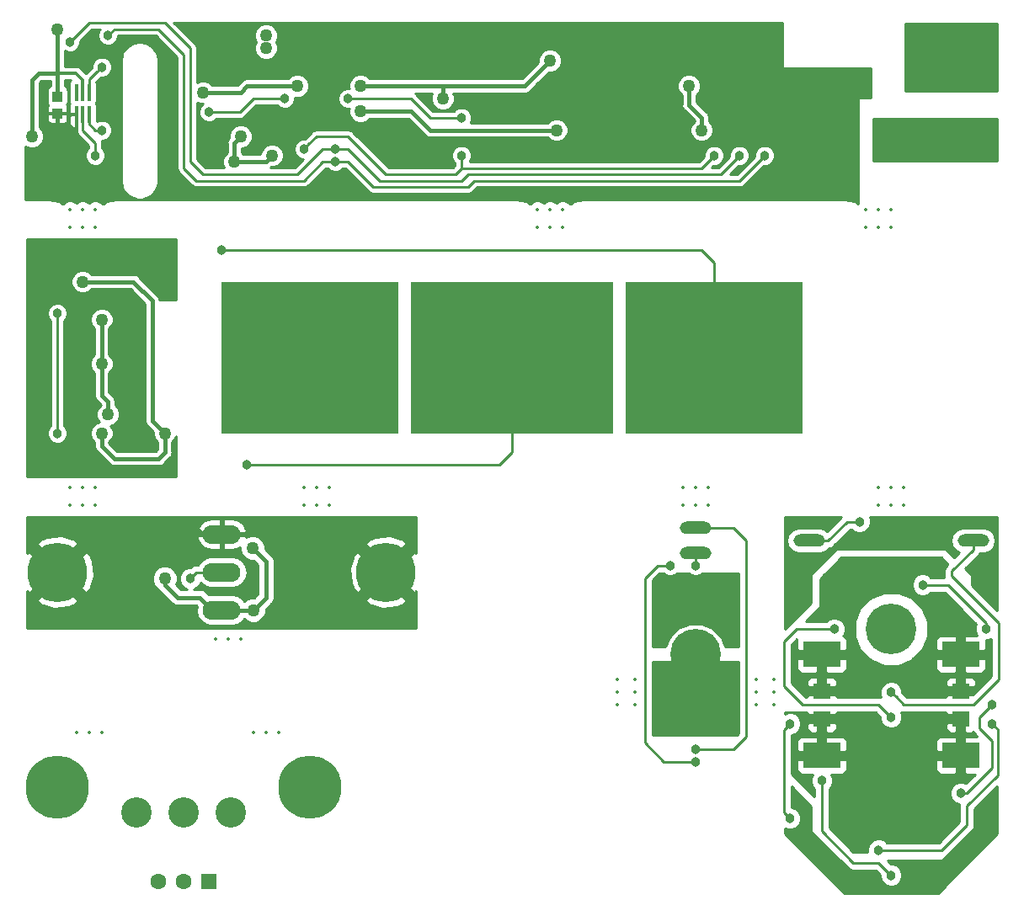
<source format=gbl>
G04 #@! TF.GenerationSoftware,KiCad,Pcbnew,5.0.0-fee4fd1~65~ubuntu17.10.1*
G04 #@! TF.CreationDate,2018-10-29T15:09:50-04:00*
G04 #@! TF.ProjectId,panel,70616E656C2E6B696361645F70636200,A*
G04 #@! TF.SameCoordinates,Original*
G04 #@! TF.FileFunction,Copper,L2,Bot,Signal*
G04 #@! TF.FilePolarity,Positive*
%FSLAX46Y46*%
G04 Gerber Fmt 4.6, Leading zero omitted, Abs format (unit mm)*
G04 Created by KiCad (PCBNEW 5.0.0-fee4fd1~65~ubuntu17.10.1) date Mon Oct 29 15:09:50 2018*
%MOMM*%
%LPD*%
G01*
G04 APERTURE LIST*
G04 #@! TA.AperFunction,Conductor*
%ADD10R,17.780000X15.240000*%
G04 #@! TD*
G04 #@! TA.AperFunction,Conductor*
%ADD11R,20.320000X15.240000*%
G04 #@! TD*
G04 #@! TA.AperFunction,ComponentPad*
%ADD12C,6.350000*%
G04 #@! TD*
G04 #@! TA.AperFunction,ViaPad*
%ADD13C,1.016000*%
G04 #@! TD*
G04 #@! TA.AperFunction,ComponentPad*
%ADD14R,1.600000X1.600000*%
G04 #@! TD*
G04 #@! TA.AperFunction,ComponentPad*
%ADD15C,1.600000*%
G04 #@! TD*
G04 #@! TA.AperFunction,ComponentPad*
%ADD16C,3.048000*%
G04 #@! TD*
G04 #@! TA.AperFunction,ComponentPad*
%ADD17C,5.080000*%
G04 #@! TD*
G04 #@! TA.AperFunction,SMDPad,CuDef*
%ADD18R,3.810000X2.540000*%
G04 #@! TD*
G04 #@! TA.AperFunction,SMDPad,CuDef*
%ADD19O,3.175000X1.270000*%
G04 #@! TD*
G04 #@! TA.AperFunction,SMDPad,CuDef*
%ADD20R,1.800000X1.600000*%
G04 #@! TD*
G04 #@! TA.AperFunction,SMDPad,CuDef*
%ADD21R,0.400000X1.700000*%
G04 #@! TD*
G04 #@! TA.AperFunction,SMDPad,CuDef*
%ADD22R,1.000000X1.100000*%
G04 #@! TD*
G04 #@! TA.AperFunction,SMDPad,CuDef*
%ADD23O,3.810000X1.905000*%
G04 #@! TD*
G04 #@! TA.AperFunction,ComponentPad*
%ADD24C,5.969000*%
G04 #@! TD*
G04 #@! TA.AperFunction,ViaPad*
%ADD25C,1.270000*%
G04 #@! TD*
G04 #@! TA.AperFunction,ViaPad*
%ADD26C,0.965200*%
G04 #@! TD*
G04 #@! TA.AperFunction,Conductor*
%ADD27C,0.406400*%
G04 #@! TD*
G04 #@! TA.AperFunction,Conductor*
%ADD28C,0.304800*%
G04 #@! TD*
G04 #@! TA.AperFunction,Conductor*
%ADD29C,0.254000*%
G04 #@! TD*
%ADD30C,0.350000*%
G04 APERTURE END LIST*
D10*
G04 #@! TO.N,/E_LEFT*
G04 #@! TO.C,SW1*
X154940000Y-93980000D03*
G04 #@! TD*
G04 #@! TO.N,/E_RIGHT*
G04 #@! TO.C,SW2*
X114300000Y-93980000D03*
G04 #@! TD*
D11*
G04 #@! TO.N,/E_SET*
G04 #@! TO.C,SW3*
X134620000Y-93980000D03*
G04 #@! TD*
D12*
G04 #@! TO.P,H1,P*
G04 #@! TO.N,GND*
X114300000Y-137160000D03*
D13*
G04 #@! TD*
G04 #@! TO.N,GND*
G04 #@! TO.C,H1*
X114300000Y-139446000D03*
G04 #@! TO.N,GND*
G04 #@! TO.C,H1*
X116279734Y-138303000D03*
X116279734Y-136017000D03*
X114300000Y-134874000D03*
X112320266Y-136017000D03*
X112320266Y-138303000D03*
G04 #@! TD*
D12*
G04 #@! TO.P,H2,P*
G04 #@! TO.N,GND*
X88900000Y-137160000D03*
D13*
G04 #@! TD*
G04 #@! TO.N,GND*
G04 #@! TO.C,H2*
X88900000Y-139446000D03*
G04 #@! TO.N,GND*
G04 #@! TO.C,H2*
X90879734Y-138303000D03*
X90879734Y-136017000D03*
X88900000Y-134874000D03*
X86920266Y-136017000D03*
X86920266Y-138303000D03*
G04 #@! TD*
D14*
G04 #@! TO.P,J1,1*
G04 #@! TO.N,Net-(J1-Pad1)*
X104140000Y-146685000D03*
D15*
G04 #@! TO.P,J1,2*
G04 #@! TO.N,Net-(J1-Pad2)*
X101600000Y-146685000D03*
G04 #@! TO.P,J1,3*
G04 #@! TO.N,Net-(J1-Pad3)*
X99060000Y-146685000D03*
G04 #@! TD*
D16*
G04 #@! TO.P,SW1,1*
G04 #@! TO.N,Net-(J1-Pad1)*
X106349800Y-139700000D03*
G04 #@! TO.P,SW1,2*
G04 #@! TO.N,Net-(J1-Pad2)*
X101600000Y-139700000D03*
G04 #@! TO.P,SW1,3*
G04 #@! TO.N,Net-(J1-Pad3)*
X96850200Y-139700000D03*
G04 #@! TD*
D17*
G04 #@! TO.P,H2,P*
G04 #@! TO.N,GND*
X172720000Y-136525000D03*
D13*
G04 #@! TD*
G04 #@! TO.N,GND*
G04 #@! TO.C,H2*
X172720000Y-134620000D03*
G04 #@! TO.N,GND*
G04 #@! TO.C,H2*
X171070222Y-135572500D03*
X171070222Y-137477500D03*
X172720000Y-138430000D03*
X174369778Y-137477500D03*
X174369778Y-135572500D03*
G04 #@! TD*
D17*
G04 #@! TO.P,H1,P*
G04 #@! TO.N,GND*
X172720000Y-121285000D03*
D13*
G04 #@! TD*
G04 #@! TO.N,GND*
G04 #@! TO.C,H1*
X172720000Y-119380000D03*
G04 #@! TO.N,GND*
G04 #@! TO.C,H1*
X171070222Y-120332500D03*
X171070222Y-122237500D03*
X172720000Y-123190000D03*
X174369778Y-122237500D03*
X174369778Y-120332500D03*
G04 #@! TD*
D18*
G04 #@! TO.P,J1,1*
G04 #@! TO.N,+5V*
X165735000Y-123825000D03*
G04 #@! TD*
G04 #@! TO.P,J2,1*
G04 #@! TO.N,GND*
X165735000Y-133985000D03*
G04 #@! TD*
G04 #@! TO.P,J3,1*
G04 #@! TO.N,+5V*
X179705000Y-123825000D03*
G04 #@! TD*
G04 #@! TO.P,J4,1*
G04 #@! TO.N,GND*
X179705000Y-133985000D03*
G04 #@! TD*
D19*
G04 #@! TO.P,J5,1*
G04 #@! TO.N,/DIN*
X164465000Y-112395000D03*
G04 #@! TD*
G04 #@! TO.P,J6,1*
G04 #@! TO.N,/DOUT*
X180975000Y-112395000D03*
G04 #@! TD*
D20*
G04 #@! TO.P,C8,A*
G04 #@! TO.N,+5V*
X179705000Y-127505000D03*
G04 #@! TO.P,C8,K*
G04 #@! TO.N,GND*
X179705000Y-130305000D03*
G04 #@! TD*
G04 #@! TO.P,C9,A*
G04 #@! TO.N,+5V*
X165735000Y-127505000D03*
G04 #@! TO.P,C9,K*
G04 #@! TO.N,GND*
X165735000Y-130305000D03*
G04 #@! TD*
D21*
G04 #@! TO.P,U3,4*
G04 #@! TO.N,N/C*
X90790000Y-67327600D03*
G04 #@! TO.P,U3,3*
G04 #@! TO.N,GND*
X90790000Y-69527600D03*
G04 #@! TO.P,U3,1*
G04 #@! TO.N,/SCL_3V3*
X92090000Y-69527600D03*
G04 #@! TO.P,U3,6*
G04 #@! TO.N,/SDA_3V3*
X92090000Y-67327600D03*
G04 #@! TO.P,U3,5*
G04 #@! TO.N,+3V3*
X91440000Y-67327600D03*
G04 #@! TO.P,U3,2*
G04 #@! TO.N,/INT*
X91440000Y-69527600D03*
G04 #@! TD*
D22*
G04 #@! TO.P,C8,1*
G04 #@! TO.N,+3V3*
X88900000Y-67730000D03*
G04 #@! TO.P,C8,2*
G04 #@! TO.N,GND*
X88900000Y-69430000D03*
G04 #@! TD*
D23*
G04 #@! TO.P,J1,1*
G04 #@! TO.N,GND*
X105410000Y-111760000D03*
G04 #@! TO.P,J1,2*
G04 #@! TO.N,Net-(J1-Pad2)*
X105410000Y-115570000D03*
G04 #@! TO.P,J1,3*
G04 #@! TO.N,+5V*
X105410000Y-119380000D03*
G04 #@! TD*
D24*
G04 #@! TO.P,H1,P*
G04 #@! TO.N,GND*
X121920000Y-115570000D03*
G04 #@! TD*
G04 #@! TO.P,H2,P*
G04 #@! TO.N,GND*
X88900000Y-115570000D03*
G04 #@! TD*
D19*
G04 #@! TO.P,J1,1*
G04 #@! TO.N,/DIN*
X153035000Y-113665000D03*
G04 #@! TD*
G04 #@! TO.P,J6,1*
G04 #@! TO.N,/DOUT*
X153035000Y-111125000D03*
G04 #@! TD*
D17*
G04 #@! TO.P,H1,P*
G04 #@! TO.N,GND*
X153035000Y-123825000D03*
D13*
G04 #@! TD*
G04 #@! TO.N,GND*
G04 #@! TO.C,H1*
X153035000Y-121920000D03*
G04 #@! TO.N,GND*
G04 #@! TO.C,H1*
X151385222Y-122872500D03*
X151385222Y-124777500D03*
X153035000Y-125730000D03*
X154684778Y-124777500D03*
X154684778Y-122872500D03*
G04 #@! TD*
D18*
G04 #@! TO.P,J2,1*
G04 #@! TO.N,+5V*
X150495000Y-118745000D03*
G04 #@! TD*
G04 #@! TO.P,J3,1*
G04 #@! TO.N,GND*
X150495000Y-128905000D03*
G04 #@! TD*
G04 #@! TO.P,J4,1*
G04 #@! TO.N,+5V*
X155575000Y-118745000D03*
G04 #@! TD*
G04 #@! TO.P,J5,1*
G04 #@! TO.N,GND*
X155575000Y-128905000D03*
G04 #@! TD*
D25*
G04 #@! TO.N,GND*
X100330000Y-86360000D03*
X89441883Y-86313442D03*
X97155000Y-101600006D03*
X93980000Y-83820000D03*
X168275000Y-131445000D03*
X168275000Y-130175000D03*
X169545000Y-130175000D03*
X169545000Y-131445000D03*
X169545000Y-132715000D03*
X176530000Y-140335000D03*
X177800000Y-140335000D03*
X177800000Y-141605000D03*
X176530000Y-141605000D03*
X167640000Y-141605000D03*
X167640000Y-140335000D03*
X168910000Y-140335000D03*
X168910000Y-141605000D03*
X176530000Y-111760000D03*
X177800000Y-111760000D03*
X177800000Y-110490000D03*
X176530000Y-110490000D03*
X163830000Y-114935000D03*
X162560000Y-114935000D03*
X162560000Y-116205000D03*
X162560000Y-117475000D03*
X181610000Y-114935000D03*
X182880000Y-114935000D03*
X182880000Y-116205000D03*
X182880000Y-117475000D03*
X127000000Y-72390000D03*
X123190000Y-72390000D03*
X99695000Y-72390000D03*
X109220000Y-71755000D03*
X112395000Y-71755000D03*
X112395000Y-63500000D03*
X114300000Y-63500000D03*
X116205000Y-63500000D03*
X116205000Y-61595000D03*
X104775000Y-64135000D03*
X106680000Y-64135000D03*
X108585000Y-64135000D03*
X100330000Y-77470000D03*
X104140000Y-74295000D03*
X104140000Y-72390000D03*
X147955000Y-77470000D03*
X146050000Y-77470000D03*
X144145000Y-77470000D03*
X144145000Y-73660000D03*
X146050000Y-73660000D03*
X147955000Y-73660000D03*
X149860000Y-73660000D03*
X138430000Y-61595000D03*
X143510000Y-64770000D03*
X147320000Y-64770000D03*
X145415000Y-64770000D03*
X166370000Y-66040000D03*
X154940000Y-64770000D03*
X154940000Y-60960000D03*
X154940000Y-62865000D03*
X120015000Y-71755000D03*
X123190000Y-74295000D03*
X127000000Y-74295000D03*
X168275000Y-71755000D03*
X168275000Y-69850000D03*
X168275000Y-67945000D03*
X170180000Y-66040000D03*
X168275000Y-66040000D03*
X135255000Y-73025000D03*
X133985000Y-62230000D03*
X131445000Y-62230000D03*
X127889000Y-61722000D03*
X127889000Y-63754000D03*
X125857000Y-63754000D03*
X119380000Y-63500000D03*
X121285000Y-63500000D03*
X121285000Y-61595000D03*
X108585000Y-115570000D03*
X102235000Y-120015000D03*
X94615000Y-120015000D03*
X100330000Y-120015000D03*
X98425000Y-120015000D03*
X96520000Y-120015000D03*
X121285000Y-110490000D03*
X119380000Y-110490000D03*
X117475000Y-110490000D03*
X115570000Y-110490000D03*
X113665000Y-110490000D03*
X121285000Y-120650000D03*
X119380000Y-120650000D03*
X117475000Y-120650000D03*
X115570000Y-120650000D03*
X113665000Y-120650000D03*
X94615000Y-116205000D03*
X94615000Y-114935000D03*
X96520000Y-116205000D03*
X96520000Y-114935000D03*
X116205000Y-116205000D03*
X114300000Y-116205000D03*
X112395000Y-116205000D03*
X112395000Y-114935000D03*
X116205000Y-114935000D03*
X114300000Y-114935000D03*
X100330000Y-110490000D03*
X94615000Y-110490000D03*
X96520000Y-110490000D03*
X98425000Y-110490000D03*
X102235000Y-110490000D03*
X149225000Y-125095000D03*
X149225000Y-126365000D03*
X150495000Y-126365000D03*
X153035000Y-127635000D03*
X153035000Y-129540000D03*
D26*
G04 #@! TO.N,/SDA*
X160020000Y-73660000D03*
X93980000Y-61595000D03*
X116840000Y-74295000D03*
G04 #@! TO.N,/SCL*
X90170000Y-62230000D03*
X157480000Y-73660000D03*
X116840000Y-73025000D03*
D25*
G04 #@! TO.N,+5V*
X93345000Y-101600000D03*
X99695000Y-101600000D03*
X91440000Y-86359976D03*
X169545000Y-125095000D03*
X169545000Y-126365000D03*
X169545000Y-127635000D03*
X168275000Y-126365000D03*
X168275000Y-127635000D03*
X177165000Y-126365000D03*
X175895000Y-125095000D03*
X175895000Y-126365000D03*
X168910000Y-117475000D03*
X167640000Y-117475000D03*
X166370000Y-117475000D03*
X166370000Y-116205000D03*
X167640000Y-116205000D03*
X168910000Y-116205000D03*
X177165000Y-147320000D03*
X178435000Y-146050000D03*
X179705000Y-144780000D03*
X180975000Y-143510000D03*
X182245000Y-142240000D03*
X168275000Y-147320000D03*
X163195000Y-142240000D03*
X164465000Y-143510000D03*
X165735000Y-144780000D03*
X167005000Y-146050000D03*
X139065000Y-71120000D03*
X119379990Y-69215000D03*
X107315000Y-71755000D03*
X175895000Y-73660000D03*
X175895000Y-71755000D03*
X153669982Y-71120000D03*
X152400000Y-66675000D03*
X173990000Y-73660000D03*
X173990000Y-71755000D03*
X110490000Y-73660000D03*
X109855000Y-62865000D03*
X109855000Y-61595000D03*
X106680000Y-74295000D03*
X108495000Y-113120000D03*
X108585000Y-119379902D03*
X99695000Y-116205000D03*
X156845000Y-122555000D03*
X156845000Y-121285000D03*
X155603354Y-121256646D03*
X153035000Y-120015000D03*
X153035000Y-118110000D03*
G04 #@! TO.N,/SW_12V*
X175260000Y-64135000D03*
X175260000Y-66040000D03*
X177165000Y-62865000D03*
X182245000Y-62865000D03*
X179705000Y-62865000D03*
D26*
G04 #@! TO.N,Net-(U2-Pad2)*
X179705000Y-137795000D03*
X182880000Y-128905000D03*
G04 #@! TO.N,/~RESET*
X129540000Y-73660000D03*
X113665000Y-73025000D03*
X154940000Y-73660000D03*
D25*
G04 #@! TO.N,+3V3*
X93980000Y-99695000D03*
X93345000Y-90170000D03*
X93345000Y-94615000D03*
X103505016Y-67310000D03*
X86360000Y-71755000D03*
X127635000Y-67945000D03*
X88900000Y-60960000D03*
X113030000Y-66675000D03*
X119380000Y-66675000D03*
X138430000Y-64135000D03*
D26*
G04 #@! TO.N,/SDA_3V3*
X93345024Y-64770000D03*
G04 #@! TO.N,/SCL_3V3*
X93345000Y-71120000D03*
G04 #@! TO.N,Net-(U1-Pad2)*
X182245000Y-121285000D03*
X175895000Y-116840000D03*
X150494992Y-114935000D03*
X153035000Y-134620000D03*
G04 #@! TO.N,/INT*
X92710000Y-73660000D03*
X104139994Y-69316611D03*
X111760000Y-67945000D03*
X118110000Y-67945000D03*
X129540000Y-69850000D03*
G04 #@! TO.N,/E_LEFT*
X105409988Y-83185000D03*
G04 #@! TO.N,/E_SET*
X107950000Y-104775000D03*
G04 #@! TO.N,/E_RIGHT*
X114299984Y-93980000D03*
G04 #@! TO.N,/SDA_5V*
X88900000Y-89535000D03*
X88900000Y-101600000D03*
G04 #@! TO.N,Net-(J1-Pad2)*
X102235000Y-116205000D03*
G04 #@! TO.N,Net-(U3-Pad2)*
X182879978Y-130810000D03*
X171450000Y-143510000D03*
G04 #@! TO.N,/DIN*
X169545000Y-110490000D03*
X153046607Y-114946565D03*
G04 #@! TO.N,Net-(U4-Pad2)*
X172720000Y-146050000D03*
X165735000Y-136525000D03*
G04 #@! TO.N,Net-(U5-Pad2)*
X162560000Y-140335000D03*
X162560000Y-130810000D03*
G04 #@! TO.N,Net-(U6-Pad2)*
X167005000Y-121285000D03*
X172720000Y-130175000D03*
G04 #@! TO.N,/DOUT*
X172720000Y-127635000D03*
X153035000Y-133350000D03*
G04 #@! TD*
D27*
G04 #@! TO.N,GND*
X169545000Y-133985000D02*
X169545000Y-132715000D01*
X169545000Y-130175000D02*
X168275000Y-130175000D01*
X169545000Y-132715000D02*
X169545000Y-131445000D01*
X165735000Y-133985000D02*
X169545000Y-133985000D01*
X165735000Y-133985000D02*
X165735000Y-130305000D01*
X177800000Y-140335000D02*
X176530000Y-140335000D01*
X176530000Y-141605000D02*
X177800000Y-141605000D01*
X167640000Y-140335000D02*
X167640000Y-141605000D01*
X168910000Y-141605000D02*
X168910000Y-140335000D01*
X112395000Y-71755000D02*
X109220000Y-71755000D01*
X114300000Y-63500000D02*
X112395000Y-63500000D01*
X116205000Y-61595000D02*
X116205000Y-63500000D01*
X106680000Y-64135000D02*
X104775000Y-64135000D01*
X104140000Y-74295000D02*
X104140000Y-72390000D01*
X144145000Y-77470000D02*
X146050000Y-77470000D01*
X146050000Y-73660000D02*
X144145000Y-73660000D01*
X149860000Y-73660000D02*
X147955000Y-73660000D01*
X145415000Y-64770000D02*
X147320000Y-64770000D01*
X154940000Y-62865000D02*
X154940000Y-60960000D01*
X168275000Y-67945000D02*
X168275000Y-69850000D01*
X168275000Y-66040000D02*
X170180000Y-66040000D01*
D28*
X90790000Y-69527600D02*
X90790000Y-71755000D01*
X90790000Y-71755000D02*
X88900000Y-71755000D01*
X88900000Y-71755000D02*
X88900000Y-69430000D01*
D27*
X102235000Y-113518138D02*
X102340686Y-113623824D01*
X100330000Y-120015000D02*
X102235000Y-120015000D01*
X96520000Y-120015000D02*
X94615000Y-120015000D01*
X96520000Y-120015000D02*
X98425000Y-120015000D01*
X119380000Y-110490000D02*
X121285000Y-110490000D01*
X115570000Y-110490000D02*
X117475000Y-110490000D01*
X117475000Y-120650000D02*
X119380000Y-120650000D01*
X113665000Y-120650000D02*
X115570000Y-120650000D01*
X94615000Y-114935000D02*
X94615000Y-116205000D01*
X94615000Y-115570000D02*
X94615000Y-116205000D01*
X96520000Y-110490000D02*
X96520000Y-114935000D01*
X112395000Y-116205000D02*
X114300000Y-116205000D01*
X114300000Y-114935000D02*
X112395000Y-114935000D01*
X114300000Y-114935000D02*
X116205000Y-114935000D01*
X112395000Y-111760000D02*
X113665000Y-110490000D01*
X105410000Y-111760000D02*
X112395000Y-111760000D01*
X100330000Y-110490000D02*
X98425000Y-110490000D01*
X96520000Y-110490000D02*
X94615000Y-110490000D01*
X105410000Y-111760000D02*
X103505000Y-111760000D01*
X103505000Y-111760000D02*
X102235000Y-110490000D01*
X149225000Y-126365000D02*
X149225000Y-125095000D01*
X150495000Y-128905000D02*
X150495000Y-126365000D01*
X156210000Y-128905000D02*
X153670000Y-128905000D01*
X153670000Y-128905000D02*
X153035000Y-129540000D01*
D29*
G04 #@! TO.N,/SDA*
X93980000Y-61595000D02*
X94615000Y-60960000D01*
X94615000Y-60960000D02*
X99060000Y-60960000D01*
X99060000Y-60960000D02*
X101600000Y-63500000D01*
X113665000Y-76200000D02*
X115570000Y-74295000D01*
X101600000Y-63500000D02*
X101600000Y-74930000D01*
X101600000Y-74930000D02*
X102870000Y-76200000D01*
X102870000Y-76200000D02*
X113665000Y-76200000D01*
X115570000Y-74295000D02*
X116840000Y-74295000D01*
X116840000Y-74295000D02*
X118110000Y-74295000D01*
X157480000Y-76200000D02*
X159537401Y-74142599D01*
X130810000Y-76200000D02*
X157480000Y-76200000D01*
X130175000Y-76835000D02*
X130810000Y-76200000D01*
X120650000Y-76835000D02*
X130175000Y-76835000D01*
X159537401Y-74142599D02*
X160020000Y-73660000D01*
X118110000Y-74295000D02*
X120650000Y-76835000D01*
G04 #@! TO.N,/SCL*
X92075000Y-60325000D02*
X90652599Y-61747401D01*
X102235000Y-62865000D02*
X99695000Y-60325000D01*
X102235000Y-74295000D02*
X102235000Y-62865000D01*
X103505000Y-75565000D02*
X102235000Y-74295000D01*
X115570000Y-73025000D02*
X113030000Y-75565000D01*
X90652599Y-61747401D02*
X90170000Y-62230000D01*
X116840000Y-73025000D02*
X115570000Y-73025000D01*
X113030000Y-75565000D02*
X103505000Y-75565000D01*
X99695000Y-60325000D02*
X92075000Y-60325000D01*
X116840000Y-73025000D02*
X118110000Y-73025000D01*
X155575000Y-75565000D02*
X157480000Y-73660000D01*
X130175000Y-75565000D02*
X155575000Y-75565000D01*
X129540000Y-76200000D02*
X130175000Y-75565000D01*
X121285000Y-76200000D02*
X129540000Y-76200000D01*
X118110000Y-73025000D02*
X121285000Y-76200000D01*
D27*
G04 #@! TO.N,+5V*
X93345000Y-102870000D02*
X93345000Y-101600000D01*
X94615000Y-104140000D02*
X93345000Y-102870000D01*
X99060000Y-104140000D02*
X99695000Y-103505000D01*
X99695000Y-103505000D02*
X99695000Y-101600000D01*
X94615000Y-104140000D02*
X99060000Y-104140000D01*
X99695000Y-101600000D02*
X98425000Y-100330000D01*
X98425000Y-100330000D02*
X98425000Y-88265000D01*
X98425000Y-88265000D02*
X96519976Y-86359976D01*
X96519976Y-86359976D02*
X91440000Y-86359976D01*
X169545000Y-126365000D02*
X169545000Y-125095000D01*
X168275000Y-127635000D02*
X169545000Y-127635000D01*
X165735000Y-127505000D02*
X168145000Y-127505000D01*
X168145000Y-127505000D02*
X168275000Y-127635000D01*
X175895000Y-126365000D02*
X175895000Y-125095000D01*
X165735000Y-125095000D02*
X165735000Y-127000000D01*
X165735000Y-127000000D02*
X166370000Y-127635000D01*
X126365000Y-71120000D02*
X124460000Y-69215000D01*
X124460000Y-69215000D02*
X120278015Y-69215000D01*
X139065000Y-71120000D02*
X126365000Y-71120000D01*
X120278015Y-69215000D02*
X119379990Y-69215000D01*
X106680000Y-72390000D02*
X107315000Y-71755000D01*
X106680000Y-74295000D02*
X106680000Y-72390000D01*
X175895000Y-71755000D02*
X175895000Y-73660000D01*
X152400000Y-66675000D02*
X152400000Y-68580000D01*
X152400000Y-68580000D02*
X153669982Y-69849982D01*
X153669982Y-69849982D02*
X153669982Y-70221975D01*
X153669982Y-70221975D02*
X153669982Y-71120000D01*
X110490000Y-73660000D02*
X109855000Y-74295000D01*
X109855000Y-74295000D02*
X106680000Y-74295000D01*
X108495000Y-113120000D02*
X109855000Y-114480000D01*
X109855000Y-118109902D02*
X108585000Y-119379902D01*
X109855000Y-114480000D02*
X109855000Y-118109902D01*
X108584902Y-119380000D02*
X108585000Y-119379902D01*
X105410000Y-119380000D02*
X108584902Y-119380000D01*
X104457500Y-119380000D02*
X105410000Y-119380000D01*
X103187500Y-118110000D02*
X104457500Y-119380000D01*
X100965000Y-118110000D02*
X103187500Y-118110000D01*
X99695000Y-116840000D02*
X100965000Y-118110000D01*
X99695000Y-116205000D02*
X99695000Y-116840000D01*
X156845000Y-121285000D02*
X156845000Y-122555000D01*
X155575000Y-118745000D02*
X155575000Y-121228292D01*
X155575000Y-121228292D02*
X155603354Y-121256646D01*
X156210000Y-118745000D02*
X153670000Y-118745000D01*
X153670000Y-118745000D02*
X153035000Y-118110000D01*
G04 #@! TO.N,/SW_12V*
X175260000Y-66040000D02*
X175260000Y-64135000D01*
D29*
G04 #@! TO.N,Net-(U2-Pad2)*
X182880000Y-128905000D02*
X181610000Y-130175000D01*
X181610000Y-130175000D02*
X181610000Y-131255611D01*
X181610000Y-131255611D02*
X182880000Y-132525611D01*
X182880000Y-135255000D02*
X180340000Y-137795000D01*
X182880000Y-132525611D02*
X182880000Y-135255000D01*
X180340000Y-137795000D02*
X179705000Y-137795000D01*
G04 #@! TO.N,/~RESET*
X129540000Y-74930000D02*
X129540000Y-73660000D01*
X129540000Y-74930000D02*
X153670000Y-74930000D01*
X153670000Y-74930000D02*
X154940000Y-73660000D01*
X129540000Y-74930000D02*
X128905000Y-75565000D01*
X128905000Y-75565000D02*
X121920000Y-75565000D01*
X121920000Y-75565000D02*
X118110000Y-71755000D01*
X118110000Y-71755000D02*
X114935000Y-71755000D01*
X114147599Y-72542401D02*
X113665000Y-73025000D01*
X114935000Y-71755000D02*
X114147599Y-72542401D01*
D27*
G04 #@! TO.N,+3V3*
X93345000Y-94615000D02*
X93345000Y-97790000D01*
X93345000Y-97790000D02*
X93980000Y-98425000D01*
X93980000Y-98425000D02*
X93980000Y-99695000D01*
X93345000Y-90170000D02*
X93345000Y-94615000D01*
D28*
X88900000Y-65405000D02*
X90773800Y-65405000D01*
X90773800Y-65405000D02*
X91440000Y-66071200D01*
X91440000Y-66071200D02*
X91440000Y-67327600D01*
D27*
X113030000Y-66675000D02*
X107950000Y-66675000D01*
X107950000Y-66675000D02*
X107315000Y-67310000D01*
X107315000Y-67310000D02*
X103505016Y-67310000D01*
X88900000Y-67095000D02*
X88900000Y-67730000D01*
X88900000Y-67095000D02*
X88900000Y-65405000D01*
X88900000Y-60960000D02*
X88900000Y-65405000D01*
X88900000Y-65405000D02*
X86995000Y-65405000D01*
X86995000Y-65405000D02*
X86360000Y-66040000D01*
X86360000Y-66040000D02*
X86360000Y-70856975D01*
X86360000Y-70856975D02*
X86360000Y-71755000D01*
X135890000Y-66675000D02*
X127635000Y-66675000D01*
X127635000Y-67945000D02*
X127635000Y-66675000D01*
X127635000Y-66675000D02*
X120278025Y-66675000D01*
X120278025Y-66675000D02*
X119380000Y-66675000D01*
X138430000Y-64135000D02*
X135890000Y-66675000D01*
X125095000Y-66675000D02*
X119380000Y-66675000D01*
D29*
G04 #@! TO.N,/SDA_3V3*
X92862425Y-65252599D02*
X93345024Y-64770000D01*
X92090000Y-66025024D02*
X92862425Y-65252599D01*
X92090000Y-67327600D02*
X92090000Y-66025024D01*
G04 #@! TO.N,/SCL_3V3*
X92090000Y-69527600D02*
X92090000Y-70500000D01*
X92090000Y-70500000D02*
X92710000Y-71120000D01*
X92710000Y-71120000D02*
X93345000Y-71120000D01*
G04 #@! TO.N,Net-(U1-Pad2)*
X182245000Y-121285000D02*
X182245000Y-120650000D01*
X182245000Y-120650000D02*
X178435000Y-116840000D01*
X178435000Y-116840000D02*
X175895000Y-116840000D01*
X153035000Y-134620000D02*
X149860000Y-134620000D01*
X149860000Y-134620000D02*
X147955000Y-132715000D01*
X147955000Y-132715000D02*
X147955000Y-116205000D01*
X147955000Y-116205000D02*
X149225000Y-114935000D01*
X149225000Y-114935000D02*
X150494992Y-114935000D01*
G04 #@! TO.N,/INT*
X91440000Y-71120000D02*
X91440000Y-69527600D01*
X92710000Y-72390000D02*
X91440000Y-71120000D01*
X111760000Y-67945000D02*
X108585000Y-67945000D01*
X108585000Y-67945000D02*
X107213389Y-69316611D01*
X107213389Y-69316611D02*
X104139994Y-69316611D01*
X92710000Y-73660000D02*
X92710000Y-72390000D01*
X118110000Y-67945000D02*
X124460000Y-67945000D01*
X124460000Y-67945000D02*
X126365000Y-69850000D01*
X126365000Y-69850000D02*
X129540000Y-69850000D01*
G04 #@! TO.N,/E_LEFT*
X154940000Y-93980000D02*
X154940000Y-84455000D01*
X154940000Y-84455000D02*
X153670000Y-83185000D01*
X153670000Y-83185000D02*
X106092487Y-83185000D01*
X106092487Y-83185000D02*
X105409988Y-83185000D01*
G04 #@! TO.N,/E_SET*
X134620000Y-93980000D02*
X134620000Y-103505000D01*
X133350000Y-104775000D02*
X107950000Y-104775000D01*
X134620000Y-103505000D02*
X133350000Y-104775000D01*
G04 #@! TO.N,/SDA_5V*
X88900000Y-101600000D02*
X88900000Y-89535000D01*
G04 #@! TO.N,Net-(J1-Pad2)*
X105410000Y-115570000D02*
X102870000Y-115570000D01*
X102870000Y-115570000D02*
X102235000Y-116205000D01*
G04 #@! TO.N,Net-(U3-Pad2)*
X171450000Y-143510000D02*
X177800000Y-143510000D01*
X177800000Y-143510000D02*
X180340000Y-140970000D01*
X180340000Y-140970000D02*
X180340000Y-139065000D01*
X180340000Y-139065000D02*
X183413377Y-135991623D01*
X183413377Y-135991623D02*
X183413377Y-131343399D01*
X183413377Y-131343399D02*
X182879978Y-130810000D01*
G04 #@! TO.N,/DIN*
X169545000Y-110490000D02*
X168275000Y-110490000D01*
X166370000Y-112395000D02*
X164465000Y-112395000D01*
X168275000Y-110490000D02*
X166370000Y-112395000D01*
X153035000Y-114934958D02*
X153046607Y-114946565D01*
X153035000Y-113665000D02*
X153035000Y-114934958D01*
G04 #@! TO.N,Net-(U4-Pad2)*
X165735000Y-136525000D02*
X165735000Y-141605000D01*
X165735000Y-141605000D02*
X168910000Y-144780000D01*
X171450000Y-144780000D02*
X172720000Y-146050000D01*
X168910000Y-144780000D02*
X171450000Y-144780000D01*
G04 #@! TO.N,Net-(U5-Pad2)*
X162560000Y-130810000D02*
X161925000Y-131445000D01*
X161925000Y-131445000D02*
X161925000Y-139700000D01*
X161925000Y-139700000D02*
X162560000Y-140335000D01*
G04 #@! TO.N,Net-(U6-Pad2)*
X163830000Y-128905000D02*
X171450000Y-128905000D01*
X167005000Y-121285000D02*
X163195000Y-121285000D01*
X163195000Y-121285000D02*
X161925000Y-122555000D01*
X161925000Y-122555000D02*
X161925000Y-127000000D01*
X161925000Y-127000000D02*
X163830000Y-128905000D01*
X171450000Y-128905000D02*
X172720000Y-130175000D01*
G04 #@! TO.N,/DOUT*
X173990000Y-128905000D02*
X173177199Y-128092199D01*
X178816000Y-115951000D02*
X183515000Y-120650000D01*
X173177199Y-128092199D02*
X172720000Y-127635000D01*
X180975000Y-128905000D02*
X173990000Y-128905000D01*
X183515000Y-126365000D02*
X180975000Y-128905000D01*
X183515000Y-120650000D02*
X183515000Y-126365000D01*
X178816000Y-115443000D02*
X178816000Y-115951000D01*
X180975000Y-113284000D02*
X178816000Y-115443000D01*
X180975000Y-112395000D02*
X180975000Y-113284000D01*
X153035000Y-133350000D02*
X156845000Y-133350000D01*
X156845000Y-133350000D02*
X158115000Y-132080000D01*
X158115000Y-132080000D02*
X158115000Y-112395000D01*
X158115000Y-112395000D02*
X156845000Y-111125000D01*
X156845000Y-111125000D02*
X153035000Y-111125000D01*
G04 #@! TD*
G04 #@! TO.N,GND*
G36*
X100838000Y-88138000D02*
X99150768Y-88138000D01*
X99118861Y-87977593D01*
X98997151Y-87795441D01*
X98997149Y-87795439D01*
X98956058Y-87733942D01*
X98894560Y-87692850D01*
X97092127Y-85890418D01*
X97051034Y-85828918D01*
X96807383Y-85666115D01*
X96592520Y-85623376D01*
X96592516Y-85623376D01*
X96519976Y-85608947D01*
X96447436Y-85623376D01*
X92355766Y-85623376D01*
X92101845Y-85369455D01*
X91672409Y-85191576D01*
X91207591Y-85191576D01*
X90778155Y-85369455D01*
X90449479Y-85698131D01*
X90271600Y-86127567D01*
X90271600Y-86592385D01*
X90449479Y-87021821D01*
X90778155Y-87350497D01*
X91207591Y-87528376D01*
X91672409Y-87528376D01*
X92101845Y-87350497D01*
X92355766Y-87096576D01*
X96214867Y-87096576D01*
X97688401Y-88570111D01*
X97688400Y-100257460D01*
X97673971Y-100330000D01*
X97688400Y-100402540D01*
X97688400Y-100402543D01*
X97731139Y-100617406D01*
X97893942Y-100861058D01*
X97955442Y-100902151D01*
X98526600Y-101473309D01*
X98526600Y-101832409D01*
X98704479Y-102261845D01*
X98958401Y-102515767D01*
X98958400Y-103199890D01*
X98754891Y-103403400D01*
X94920110Y-103403400D01*
X94081600Y-102564891D01*
X94081600Y-102515766D01*
X94335521Y-102261845D01*
X94513400Y-101832409D01*
X94513400Y-101367591D01*
X94335521Y-100938155D01*
X94246603Y-100849237D01*
X94641845Y-100685521D01*
X94970521Y-100356845D01*
X95148400Y-99927409D01*
X95148400Y-99462591D01*
X94970521Y-99033155D01*
X94716600Y-98779234D01*
X94716600Y-98497540D01*
X94731029Y-98425000D01*
X94716600Y-98352457D01*
X94716600Y-98352456D01*
X94673861Y-98137593D01*
X94633645Y-98077406D01*
X94552151Y-97955441D01*
X94552149Y-97955439D01*
X94511058Y-97893942D01*
X94449561Y-97852851D01*
X94081600Y-97484891D01*
X94081600Y-95530766D01*
X94335521Y-95276845D01*
X94513400Y-94847409D01*
X94513400Y-94382591D01*
X94335521Y-93953155D01*
X94081600Y-93699234D01*
X94081600Y-91085766D01*
X94335521Y-90831845D01*
X94513400Y-90402409D01*
X94513400Y-89937591D01*
X94335521Y-89508155D01*
X94006845Y-89179479D01*
X93577409Y-89001600D01*
X93112591Y-89001600D01*
X92683155Y-89179479D01*
X92354479Y-89508155D01*
X92176600Y-89937591D01*
X92176600Y-90402409D01*
X92354479Y-90831845D01*
X92608400Y-91085766D01*
X92608401Y-93699233D01*
X92354479Y-93953155D01*
X92176600Y-94382591D01*
X92176600Y-94847409D01*
X92354479Y-95276845D01*
X92608400Y-95530766D01*
X92608401Y-97717455D01*
X92593971Y-97790000D01*
X92651139Y-98077406D01*
X92772849Y-98259558D01*
X92772852Y-98259561D01*
X92813943Y-98321058D01*
X92875440Y-98362149D01*
X93243400Y-98730110D01*
X93243400Y-98779234D01*
X92989479Y-99033155D01*
X92811600Y-99462591D01*
X92811600Y-99927409D01*
X92989479Y-100356845D01*
X93078397Y-100445763D01*
X92683155Y-100609479D01*
X92354479Y-100938155D01*
X92176600Y-101367591D01*
X92176600Y-101832409D01*
X92354479Y-102261845D01*
X92608400Y-102515766D01*
X92608400Y-102797459D01*
X92593971Y-102870000D01*
X92608400Y-102942540D01*
X92608400Y-102942543D01*
X92651139Y-103157406D01*
X92813942Y-103401058D01*
X92875442Y-103442151D01*
X94042850Y-104609560D01*
X94083942Y-104671058D01*
X94145439Y-104712149D01*
X94145441Y-104712151D01*
X94327593Y-104833861D01*
X94542456Y-104876600D01*
X94542459Y-104876600D01*
X94614999Y-104891029D01*
X94687540Y-104876600D01*
X98987460Y-104876600D01*
X99060000Y-104891029D01*
X99132540Y-104876600D01*
X99132544Y-104876600D01*
X99347407Y-104833861D01*
X99591058Y-104671058D01*
X99632151Y-104609558D01*
X100164561Y-104077149D01*
X100226058Y-104036058D01*
X100267149Y-103974561D01*
X100267151Y-103974559D01*
X100388861Y-103792407D01*
X100413121Y-103670442D01*
X100431600Y-103577544D01*
X100431600Y-103577541D01*
X100446029Y-103505000D01*
X100431600Y-103432460D01*
X100431600Y-102515766D01*
X100685521Y-102261845D01*
X100838000Y-101893730D01*
X100838000Y-105918000D01*
X85852000Y-105918000D01*
X85852000Y-89332905D01*
X87884000Y-89332905D01*
X87884000Y-89737095D01*
X88038676Y-90110518D01*
X88239601Y-90311443D01*
X88239600Y-100823558D01*
X88038676Y-101024482D01*
X87884000Y-101397905D01*
X87884000Y-101802095D01*
X88038676Y-102175518D01*
X88324482Y-102461324D01*
X88697905Y-102616000D01*
X89102095Y-102616000D01*
X89475518Y-102461324D01*
X89761324Y-102175518D01*
X89916000Y-101802095D01*
X89916000Y-101397905D01*
X89761324Y-101024482D01*
X89560400Y-100823558D01*
X89560400Y-90311442D01*
X89761324Y-90110518D01*
X89916000Y-89737095D01*
X89916000Y-89332905D01*
X89761324Y-88959482D01*
X89475518Y-88673676D01*
X89102095Y-88519000D01*
X88697905Y-88519000D01*
X88324482Y-88673676D01*
X88038676Y-88959482D01*
X87884000Y-89332905D01*
X85852000Y-89332905D01*
X85852000Y-82042000D01*
X100838000Y-82042000D01*
X100838000Y-88138000D01*
X100838000Y-88138000D01*
G37*
X100838000Y-88138000D02*
X99150768Y-88138000D01*
X99118861Y-87977593D01*
X98997151Y-87795441D01*
X98997149Y-87795439D01*
X98956058Y-87733942D01*
X98894560Y-87692850D01*
X97092127Y-85890418D01*
X97051034Y-85828918D01*
X96807383Y-85666115D01*
X96592520Y-85623376D01*
X96592516Y-85623376D01*
X96519976Y-85608947D01*
X96447436Y-85623376D01*
X92355766Y-85623376D01*
X92101845Y-85369455D01*
X91672409Y-85191576D01*
X91207591Y-85191576D01*
X90778155Y-85369455D01*
X90449479Y-85698131D01*
X90271600Y-86127567D01*
X90271600Y-86592385D01*
X90449479Y-87021821D01*
X90778155Y-87350497D01*
X91207591Y-87528376D01*
X91672409Y-87528376D01*
X92101845Y-87350497D01*
X92355766Y-87096576D01*
X96214867Y-87096576D01*
X97688401Y-88570111D01*
X97688400Y-100257460D01*
X97673971Y-100330000D01*
X97688400Y-100402540D01*
X97688400Y-100402543D01*
X97731139Y-100617406D01*
X97893942Y-100861058D01*
X97955442Y-100902151D01*
X98526600Y-101473309D01*
X98526600Y-101832409D01*
X98704479Y-102261845D01*
X98958401Y-102515767D01*
X98958400Y-103199890D01*
X98754891Y-103403400D01*
X94920110Y-103403400D01*
X94081600Y-102564891D01*
X94081600Y-102515766D01*
X94335521Y-102261845D01*
X94513400Y-101832409D01*
X94513400Y-101367591D01*
X94335521Y-100938155D01*
X94246603Y-100849237D01*
X94641845Y-100685521D01*
X94970521Y-100356845D01*
X95148400Y-99927409D01*
X95148400Y-99462591D01*
X94970521Y-99033155D01*
X94716600Y-98779234D01*
X94716600Y-98497540D01*
X94731029Y-98425000D01*
X94716600Y-98352457D01*
X94716600Y-98352456D01*
X94673861Y-98137593D01*
X94633645Y-98077406D01*
X94552151Y-97955441D01*
X94552149Y-97955439D01*
X94511058Y-97893942D01*
X94449561Y-97852851D01*
X94081600Y-97484891D01*
X94081600Y-95530766D01*
X94335521Y-95276845D01*
X94513400Y-94847409D01*
X94513400Y-94382591D01*
X94335521Y-93953155D01*
X94081600Y-93699234D01*
X94081600Y-91085766D01*
X94335521Y-90831845D01*
X94513400Y-90402409D01*
X94513400Y-89937591D01*
X94335521Y-89508155D01*
X94006845Y-89179479D01*
X93577409Y-89001600D01*
X93112591Y-89001600D01*
X92683155Y-89179479D01*
X92354479Y-89508155D01*
X92176600Y-89937591D01*
X92176600Y-90402409D01*
X92354479Y-90831845D01*
X92608400Y-91085766D01*
X92608401Y-93699233D01*
X92354479Y-93953155D01*
X92176600Y-94382591D01*
X92176600Y-94847409D01*
X92354479Y-95276845D01*
X92608400Y-95530766D01*
X92608401Y-97717455D01*
X92593971Y-97790000D01*
X92651139Y-98077406D01*
X92772849Y-98259558D01*
X92772852Y-98259561D01*
X92813943Y-98321058D01*
X92875440Y-98362149D01*
X93243400Y-98730110D01*
X93243400Y-98779234D01*
X92989479Y-99033155D01*
X92811600Y-99462591D01*
X92811600Y-99927409D01*
X92989479Y-100356845D01*
X93078397Y-100445763D01*
X92683155Y-100609479D01*
X92354479Y-100938155D01*
X92176600Y-101367591D01*
X92176600Y-101832409D01*
X92354479Y-102261845D01*
X92608400Y-102515766D01*
X92608400Y-102797459D01*
X92593971Y-102870000D01*
X92608400Y-102942540D01*
X92608400Y-102942543D01*
X92651139Y-103157406D01*
X92813942Y-103401058D01*
X92875442Y-103442151D01*
X94042850Y-104609560D01*
X94083942Y-104671058D01*
X94145439Y-104712149D01*
X94145441Y-104712151D01*
X94327593Y-104833861D01*
X94542456Y-104876600D01*
X94542459Y-104876600D01*
X94614999Y-104891029D01*
X94687540Y-104876600D01*
X98987460Y-104876600D01*
X99060000Y-104891029D01*
X99132540Y-104876600D01*
X99132544Y-104876600D01*
X99347407Y-104833861D01*
X99591058Y-104671058D01*
X99632151Y-104609558D01*
X100164561Y-104077149D01*
X100226058Y-104036058D01*
X100267149Y-103974561D01*
X100267151Y-103974559D01*
X100388861Y-103792407D01*
X100413121Y-103670442D01*
X100431600Y-103577544D01*
X100431600Y-103577541D01*
X100446029Y-103505000D01*
X100431600Y-103432460D01*
X100431600Y-102515766D01*
X100685521Y-102261845D01*
X100838000Y-101893730D01*
X100838000Y-105918000D01*
X85852000Y-105918000D01*
X85852000Y-89332905D01*
X87884000Y-89332905D01*
X87884000Y-89737095D01*
X88038676Y-90110518D01*
X88239601Y-90311443D01*
X88239600Y-100823558D01*
X88038676Y-101024482D01*
X87884000Y-101397905D01*
X87884000Y-101802095D01*
X88038676Y-102175518D01*
X88324482Y-102461324D01*
X88697905Y-102616000D01*
X89102095Y-102616000D01*
X89475518Y-102461324D01*
X89761324Y-102175518D01*
X89916000Y-101802095D01*
X89916000Y-101397905D01*
X89761324Y-101024482D01*
X89560400Y-100823558D01*
X89560400Y-90311442D01*
X89761324Y-90110518D01*
X89916000Y-89737095D01*
X89916000Y-89332905D01*
X89761324Y-88959482D01*
X89475518Y-88673676D01*
X89102095Y-88519000D01*
X88697905Y-88519000D01*
X88324482Y-88673676D01*
X88038676Y-88959482D01*
X87884000Y-89332905D01*
X85852000Y-89332905D01*
X85852000Y-82042000D01*
X100838000Y-82042000D01*
X100838000Y-88138000D01*
G04 #@! TO.N,+5V*
G36*
X178409632Y-114771738D02*
X178330253Y-114851117D01*
X178266629Y-114893629D01*
X178098212Y-115145684D01*
X178054000Y-115367953D01*
X178054000Y-115367957D01*
X178039073Y-115443000D01*
X178054000Y-115518043D01*
X178054000Y-115875957D01*
X178039073Y-115951000D01*
X178054000Y-116026043D01*
X178054000Y-116026048D01*
X178064334Y-116078000D01*
X176713525Y-116078000D01*
X176528070Y-115892545D01*
X176117304Y-115722400D01*
X175672696Y-115722400D01*
X175261930Y-115892545D01*
X174947545Y-116206930D01*
X174777400Y-116617696D01*
X174777400Y-117062304D01*
X174947545Y-117473070D01*
X175261930Y-117787455D01*
X175672696Y-117957600D01*
X176117304Y-117957600D01*
X176528070Y-117787455D01*
X176713525Y-117602000D01*
X178119370Y-117602000D01*
X179895500Y-119378131D01*
X179895500Y-119380000D01*
X179905167Y-119428601D01*
X179932697Y-119469803D01*
X181244028Y-120781134D01*
X181127400Y-121062696D01*
X181127400Y-121507304D01*
X181297545Y-121918070D01*
X181299475Y-121920000D01*
X180244750Y-121920000D01*
X180086000Y-122078750D01*
X180086000Y-123444000D01*
X182086250Y-123444000D01*
X182245000Y-123285250D01*
X182245000Y-122428691D01*
X182234193Y-122402600D01*
X182467304Y-122402600D01*
X182748867Y-122285973D01*
X182753000Y-122290106D01*
X182753001Y-126049369D01*
X180916370Y-127886000D01*
X180086000Y-127886000D01*
X180086000Y-127906000D01*
X179324000Y-127906000D01*
X179324000Y-127886000D01*
X178328750Y-127886000D01*
X178170000Y-128044750D01*
X178170000Y-128143000D01*
X174305631Y-128143000D01*
X173837600Y-127674970D01*
X173837600Y-127412696D01*
X173667455Y-127001930D01*
X173353070Y-126687545D01*
X173090274Y-126578691D01*
X178170000Y-126578691D01*
X178170000Y-126965250D01*
X178328750Y-127124000D01*
X179324000Y-127124000D01*
X179324000Y-126228750D01*
X180086000Y-126228750D01*
X180086000Y-127124000D01*
X181081250Y-127124000D01*
X181240000Y-126965250D01*
X181240000Y-126578691D01*
X181143327Y-126345302D01*
X180964699Y-126166673D01*
X180731310Y-126070000D01*
X180244750Y-126070000D01*
X180086000Y-126228750D01*
X179324000Y-126228750D01*
X179165250Y-126070000D01*
X178678690Y-126070000D01*
X178445301Y-126166673D01*
X178266673Y-126345302D01*
X178170000Y-126578691D01*
X173090274Y-126578691D01*
X172942304Y-126517400D01*
X172497696Y-126517400D01*
X172086930Y-126687545D01*
X171772545Y-127001930D01*
X171602400Y-127412696D01*
X171602400Y-127857304D01*
X171720739Y-128143000D01*
X171525043Y-128143000D01*
X171450000Y-128128073D01*
X171374957Y-128143000D01*
X167270000Y-128143000D01*
X167270000Y-128044750D01*
X167111250Y-127886000D01*
X166116000Y-127886000D01*
X166116000Y-127906000D01*
X165354000Y-127906000D01*
X165354000Y-127886000D01*
X164358750Y-127886000D01*
X164200000Y-128044750D01*
X164200000Y-128143000D01*
X164145631Y-128143000D01*
X162687000Y-126684370D01*
X162687000Y-126578691D01*
X164200000Y-126578691D01*
X164200000Y-126965250D01*
X164358750Y-127124000D01*
X165354000Y-127124000D01*
X165354000Y-126228750D01*
X166116000Y-126228750D01*
X166116000Y-127124000D01*
X167111250Y-127124000D01*
X167270000Y-126965250D01*
X167270000Y-126578691D01*
X167173327Y-126345302D01*
X166994699Y-126166673D01*
X166761310Y-126070000D01*
X166274750Y-126070000D01*
X166116000Y-126228750D01*
X165354000Y-126228750D01*
X165195250Y-126070000D01*
X164708690Y-126070000D01*
X164475301Y-126166673D01*
X164296673Y-126345302D01*
X164200000Y-126578691D01*
X162687000Y-126578691D01*
X162687000Y-124364750D01*
X163195000Y-124364750D01*
X163195000Y-125221309D01*
X163291673Y-125454698D01*
X163470301Y-125633327D01*
X163703690Y-125730000D01*
X165195250Y-125730000D01*
X165354000Y-125571250D01*
X165354000Y-124206000D01*
X166116000Y-124206000D01*
X166116000Y-125571250D01*
X166274750Y-125730000D01*
X167766310Y-125730000D01*
X167999699Y-125633327D01*
X168178327Y-125454698D01*
X168275000Y-125221309D01*
X168275000Y-124364750D01*
X168116250Y-124206000D01*
X166116000Y-124206000D01*
X165354000Y-124206000D01*
X163353750Y-124206000D01*
X163195000Y-124364750D01*
X162687000Y-124364750D01*
X162687000Y-122870630D01*
X163241712Y-122315919D01*
X163195000Y-122428691D01*
X163195000Y-123285250D01*
X163353750Y-123444000D01*
X165354000Y-123444000D01*
X165354000Y-123424000D01*
X166116000Y-123424000D01*
X166116000Y-123444000D01*
X168116250Y-123444000D01*
X168275000Y-123285250D01*
X168275000Y-122428691D01*
X168178327Y-122195302D01*
X167999699Y-122016673D01*
X167896570Y-121973955D01*
X167952455Y-121918070D01*
X168122600Y-121507304D01*
X168122600Y-121062696D01*
X167952455Y-120651930D01*
X167852931Y-120552406D01*
X169037000Y-120552406D01*
X169037000Y-122017594D01*
X169597704Y-123371252D01*
X170633748Y-124407296D01*
X171987406Y-124968000D01*
X173452594Y-124968000D01*
X174806252Y-124407296D01*
X174848798Y-124364750D01*
X177165000Y-124364750D01*
X177165000Y-125221309D01*
X177261673Y-125454698D01*
X177440301Y-125633327D01*
X177673690Y-125730000D01*
X179165250Y-125730000D01*
X179324000Y-125571250D01*
X179324000Y-124206000D01*
X180086000Y-124206000D01*
X180086000Y-125571250D01*
X180244750Y-125730000D01*
X181736310Y-125730000D01*
X181969699Y-125633327D01*
X182148327Y-125454698D01*
X182245000Y-125221309D01*
X182245000Y-124364750D01*
X182086250Y-124206000D01*
X180086000Y-124206000D01*
X179324000Y-124206000D01*
X177323750Y-124206000D01*
X177165000Y-124364750D01*
X174848798Y-124364750D01*
X175842296Y-123371252D01*
X176232717Y-122428691D01*
X177165000Y-122428691D01*
X177165000Y-123285250D01*
X177323750Y-123444000D01*
X179324000Y-123444000D01*
X179324000Y-122078750D01*
X179165250Y-121920000D01*
X177673690Y-121920000D01*
X177440301Y-122016673D01*
X177261673Y-122195302D01*
X177165000Y-122428691D01*
X176232717Y-122428691D01*
X176403000Y-122017594D01*
X176403000Y-120552406D01*
X175842296Y-119198748D01*
X174806252Y-118162704D01*
X173452594Y-117602000D01*
X171987406Y-117602000D01*
X170633748Y-118162704D01*
X169597704Y-119198748D01*
X169037000Y-120552406D01*
X167852931Y-120552406D01*
X167638070Y-120337545D01*
X167227304Y-120167400D01*
X166782696Y-120167400D01*
X166371930Y-120337545D01*
X166186475Y-120523000D01*
X164136606Y-120523000D01*
X165507303Y-119152303D01*
X165534833Y-119111101D01*
X165544500Y-119062500D01*
X165544500Y-116257606D01*
X167692606Y-114109500D01*
X177747394Y-114109500D01*
X178409632Y-114771738D01*
X178409632Y-114771738D01*
G37*
X178409632Y-114771738D02*
X178330253Y-114851117D01*
X178266629Y-114893629D01*
X178098212Y-115145684D01*
X178054000Y-115367953D01*
X178054000Y-115367957D01*
X178039073Y-115443000D01*
X178054000Y-115518043D01*
X178054000Y-115875957D01*
X178039073Y-115951000D01*
X178054000Y-116026043D01*
X178054000Y-116026048D01*
X178064334Y-116078000D01*
X176713525Y-116078000D01*
X176528070Y-115892545D01*
X176117304Y-115722400D01*
X175672696Y-115722400D01*
X175261930Y-115892545D01*
X174947545Y-116206930D01*
X174777400Y-116617696D01*
X174777400Y-117062304D01*
X174947545Y-117473070D01*
X175261930Y-117787455D01*
X175672696Y-117957600D01*
X176117304Y-117957600D01*
X176528070Y-117787455D01*
X176713525Y-117602000D01*
X178119370Y-117602000D01*
X179895500Y-119378131D01*
X179895500Y-119380000D01*
X179905167Y-119428601D01*
X179932697Y-119469803D01*
X181244028Y-120781134D01*
X181127400Y-121062696D01*
X181127400Y-121507304D01*
X181297545Y-121918070D01*
X181299475Y-121920000D01*
X180244750Y-121920000D01*
X180086000Y-122078750D01*
X180086000Y-123444000D01*
X182086250Y-123444000D01*
X182245000Y-123285250D01*
X182245000Y-122428691D01*
X182234193Y-122402600D01*
X182467304Y-122402600D01*
X182748867Y-122285973D01*
X182753000Y-122290106D01*
X182753001Y-126049369D01*
X180916370Y-127886000D01*
X180086000Y-127886000D01*
X180086000Y-127906000D01*
X179324000Y-127906000D01*
X179324000Y-127886000D01*
X178328750Y-127886000D01*
X178170000Y-128044750D01*
X178170000Y-128143000D01*
X174305631Y-128143000D01*
X173837600Y-127674970D01*
X173837600Y-127412696D01*
X173667455Y-127001930D01*
X173353070Y-126687545D01*
X173090274Y-126578691D01*
X178170000Y-126578691D01*
X178170000Y-126965250D01*
X178328750Y-127124000D01*
X179324000Y-127124000D01*
X179324000Y-126228750D01*
X180086000Y-126228750D01*
X180086000Y-127124000D01*
X181081250Y-127124000D01*
X181240000Y-126965250D01*
X181240000Y-126578691D01*
X181143327Y-126345302D01*
X180964699Y-126166673D01*
X180731310Y-126070000D01*
X180244750Y-126070000D01*
X180086000Y-126228750D01*
X179324000Y-126228750D01*
X179165250Y-126070000D01*
X178678690Y-126070000D01*
X178445301Y-126166673D01*
X178266673Y-126345302D01*
X178170000Y-126578691D01*
X173090274Y-126578691D01*
X172942304Y-126517400D01*
X172497696Y-126517400D01*
X172086930Y-126687545D01*
X171772545Y-127001930D01*
X171602400Y-127412696D01*
X171602400Y-127857304D01*
X171720739Y-128143000D01*
X171525043Y-128143000D01*
X171450000Y-128128073D01*
X171374957Y-128143000D01*
X167270000Y-128143000D01*
X167270000Y-128044750D01*
X167111250Y-127886000D01*
X166116000Y-127886000D01*
X166116000Y-127906000D01*
X165354000Y-127906000D01*
X165354000Y-127886000D01*
X164358750Y-127886000D01*
X164200000Y-128044750D01*
X164200000Y-128143000D01*
X164145631Y-128143000D01*
X162687000Y-126684370D01*
X162687000Y-126578691D01*
X164200000Y-126578691D01*
X164200000Y-126965250D01*
X164358750Y-127124000D01*
X165354000Y-127124000D01*
X165354000Y-126228750D01*
X166116000Y-126228750D01*
X166116000Y-127124000D01*
X167111250Y-127124000D01*
X167270000Y-126965250D01*
X167270000Y-126578691D01*
X167173327Y-126345302D01*
X166994699Y-126166673D01*
X166761310Y-126070000D01*
X166274750Y-126070000D01*
X166116000Y-126228750D01*
X165354000Y-126228750D01*
X165195250Y-126070000D01*
X164708690Y-126070000D01*
X164475301Y-126166673D01*
X164296673Y-126345302D01*
X164200000Y-126578691D01*
X162687000Y-126578691D01*
X162687000Y-124364750D01*
X163195000Y-124364750D01*
X163195000Y-125221309D01*
X163291673Y-125454698D01*
X163470301Y-125633327D01*
X163703690Y-125730000D01*
X165195250Y-125730000D01*
X165354000Y-125571250D01*
X165354000Y-124206000D01*
X166116000Y-124206000D01*
X166116000Y-125571250D01*
X166274750Y-125730000D01*
X167766310Y-125730000D01*
X167999699Y-125633327D01*
X168178327Y-125454698D01*
X168275000Y-125221309D01*
X168275000Y-124364750D01*
X168116250Y-124206000D01*
X166116000Y-124206000D01*
X165354000Y-124206000D01*
X163353750Y-124206000D01*
X163195000Y-124364750D01*
X162687000Y-124364750D01*
X162687000Y-122870630D01*
X163241712Y-122315919D01*
X163195000Y-122428691D01*
X163195000Y-123285250D01*
X163353750Y-123444000D01*
X165354000Y-123444000D01*
X165354000Y-123424000D01*
X166116000Y-123424000D01*
X166116000Y-123444000D01*
X168116250Y-123444000D01*
X168275000Y-123285250D01*
X168275000Y-122428691D01*
X168178327Y-122195302D01*
X167999699Y-122016673D01*
X167896570Y-121973955D01*
X167952455Y-121918070D01*
X168122600Y-121507304D01*
X168122600Y-121062696D01*
X167952455Y-120651930D01*
X167852931Y-120552406D01*
X169037000Y-120552406D01*
X169037000Y-122017594D01*
X169597704Y-123371252D01*
X170633748Y-124407296D01*
X171987406Y-124968000D01*
X173452594Y-124968000D01*
X174806252Y-124407296D01*
X174848798Y-124364750D01*
X177165000Y-124364750D01*
X177165000Y-125221309D01*
X177261673Y-125454698D01*
X177440301Y-125633327D01*
X177673690Y-125730000D01*
X179165250Y-125730000D01*
X179324000Y-125571250D01*
X179324000Y-124206000D01*
X180086000Y-124206000D01*
X180086000Y-125571250D01*
X180244750Y-125730000D01*
X181736310Y-125730000D01*
X181969699Y-125633327D01*
X182148327Y-125454698D01*
X182245000Y-125221309D01*
X182245000Y-124364750D01*
X182086250Y-124206000D01*
X180086000Y-124206000D01*
X179324000Y-124206000D01*
X177323750Y-124206000D01*
X177165000Y-124364750D01*
X174848798Y-124364750D01*
X175842296Y-123371252D01*
X176232717Y-122428691D01*
X177165000Y-122428691D01*
X177165000Y-123285250D01*
X177323750Y-123444000D01*
X179324000Y-123444000D01*
X179324000Y-122078750D01*
X179165250Y-121920000D01*
X177673690Y-121920000D01*
X177440301Y-122016673D01*
X177261673Y-122195302D01*
X177165000Y-122428691D01*
X176232717Y-122428691D01*
X176403000Y-122017594D01*
X176403000Y-120552406D01*
X175842296Y-119198748D01*
X174806252Y-118162704D01*
X173452594Y-117602000D01*
X171987406Y-117602000D01*
X170633748Y-118162704D01*
X169597704Y-119198748D01*
X169037000Y-120552406D01*
X167852931Y-120552406D01*
X167638070Y-120337545D01*
X167227304Y-120167400D01*
X166782696Y-120167400D01*
X166371930Y-120337545D01*
X166186475Y-120523000D01*
X164136606Y-120523000D01*
X165507303Y-119152303D01*
X165534833Y-119111101D01*
X165544500Y-119062500D01*
X165544500Y-116257606D01*
X167692606Y-114109500D01*
X177747394Y-114109500D01*
X178409632Y-114771738D01*
G04 #@! TO.N,GND*
G36*
X163830000Y-129681928D02*
X163905047Y-129667000D01*
X164200000Y-129667000D01*
X164200000Y-129765250D01*
X164358750Y-129924000D01*
X165354000Y-129924000D01*
X165354000Y-129904000D01*
X166116000Y-129904000D01*
X166116000Y-129924000D01*
X167111250Y-129924000D01*
X167270000Y-129765250D01*
X167270000Y-129667000D01*
X171134370Y-129667000D01*
X171602400Y-130135031D01*
X171602400Y-130397304D01*
X171772545Y-130808070D01*
X172086930Y-131122455D01*
X172497696Y-131292600D01*
X172942304Y-131292600D01*
X173353070Y-131122455D01*
X173630775Y-130844750D01*
X178170000Y-130844750D01*
X178170000Y-131231309D01*
X178266673Y-131464698D01*
X178445301Y-131643327D01*
X178678690Y-131740000D01*
X179165250Y-131740000D01*
X179324000Y-131581250D01*
X179324000Y-130686000D01*
X178328750Y-130686000D01*
X178170000Y-130844750D01*
X173630775Y-130844750D01*
X173667455Y-130808070D01*
X173837600Y-130397304D01*
X173837600Y-129952696D01*
X173719261Y-129667000D01*
X173914956Y-129667000D01*
X173989999Y-129681927D01*
X174065042Y-129667000D01*
X178170000Y-129667000D01*
X178170000Y-129765250D01*
X178328750Y-129924000D01*
X179324000Y-129924000D01*
X179324000Y-129904000D01*
X180086000Y-129904000D01*
X180086000Y-129924000D01*
X180106000Y-129924000D01*
X180106000Y-130686000D01*
X180086000Y-130686000D01*
X180086000Y-131581250D01*
X180244750Y-131740000D01*
X180731310Y-131740000D01*
X180955235Y-131647247D01*
X181010360Y-131729747D01*
X181060630Y-131804982D01*
X181124251Y-131847492D01*
X181356759Y-132080000D01*
X180244750Y-132080000D01*
X180086000Y-132238750D01*
X180086000Y-133604000D01*
X180106000Y-133604000D01*
X180106000Y-134366000D01*
X180086000Y-134366000D01*
X180086000Y-135731250D01*
X180244750Y-135890000D01*
X181167370Y-135890000D01*
X180247387Y-136809983D01*
X179927304Y-136677400D01*
X179482696Y-136677400D01*
X179071930Y-136847545D01*
X178757545Y-137161930D01*
X178587400Y-137572696D01*
X178587400Y-138017304D01*
X178757545Y-138428070D01*
X179071930Y-138742455D01*
X179482696Y-138912600D01*
X179593387Y-138912600D01*
X179563073Y-139065000D01*
X179578001Y-139140048D01*
X179578000Y-140654370D01*
X177484370Y-142748000D01*
X172268525Y-142748000D01*
X172083070Y-142562545D01*
X171672304Y-142392400D01*
X171227696Y-142392400D01*
X170816930Y-142562545D01*
X170502545Y-142876930D01*
X170332400Y-143287696D01*
X170332400Y-143700500D01*
X168908131Y-143700500D01*
X166497000Y-141289370D01*
X166497000Y-137343525D01*
X166682455Y-137158070D01*
X166852600Y-136747304D01*
X166852600Y-136302696D01*
X166682455Y-135891930D01*
X166680525Y-135890000D01*
X167766310Y-135890000D01*
X167999699Y-135793327D01*
X168178327Y-135614698D01*
X168275000Y-135381309D01*
X168275000Y-134524750D01*
X177165000Y-134524750D01*
X177165000Y-135381309D01*
X177261673Y-135614698D01*
X177440301Y-135793327D01*
X177673690Y-135890000D01*
X179165250Y-135890000D01*
X179324000Y-135731250D01*
X179324000Y-134366000D01*
X177323750Y-134366000D01*
X177165000Y-134524750D01*
X168275000Y-134524750D01*
X168116250Y-134366000D01*
X166116000Y-134366000D01*
X166116000Y-134386000D01*
X165354000Y-134386000D01*
X165354000Y-134366000D01*
X163353750Y-134366000D01*
X163195000Y-134524750D01*
X163195000Y-135381309D01*
X163291673Y-135614698D01*
X163470301Y-135793327D01*
X163703690Y-135890000D01*
X164789475Y-135890000D01*
X164787545Y-135891930D01*
X164617400Y-136302696D01*
X164617400Y-136747304D01*
X164787545Y-137158070D01*
X164973000Y-137343525D01*
X164973000Y-138123394D01*
X162687000Y-135837394D01*
X162687000Y-132588691D01*
X163195000Y-132588691D01*
X163195000Y-133445250D01*
X163353750Y-133604000D01*
X165354000Y-133604000D01*
X165354000Y-132238750D01*
X166116000Y-132238750D01*
X166116000Y-133604000D01*
X168116250Y-133604000D01*
X168275000Y-133445250D01*
X168275000Y-132588691D01*
X177165000Y-132588691D01*
X177165000Y-133445250D01*
X177323750Y-133604000D01*
X179324000Y-133604000D01*
X179324000Y-132238750D01*
X179165250Y-132080000D01*
X177673690Y-132080000D01*
X177440301Y-132176673D01*
X177261673Y-132355302D01*
X177165000Y-132588691D01*
X168275000Y-132588691D01*
X168178327Y-132355302D01*
X167999699Y-132176673D01*
X167766310Y-132080000D01*
X166274750Y-132080000D01*
X166116000Y-132238750D01*
X165354000Y-132238750D01*
X165195250Y-132080000D01*
X163703690Y-132080000D01*
X163470301Y-132176673D01*
X163291673Y-132355302D01*
X163195000Y-132588691D01*
X162687000Y-132588691D01*
X162687000Y-131927600D01*
X162782304Y-131927600D01*
X163193070Y-131757455D01*
X163507455Y-131443070D01*
X163677600Y-131032304D01*
X163677600Y-130844750D01*
X164200000Y-130844750D01*
X164200000Y-131231309D01*
X164296673Y-131464698D01*
X164475301Y-131643327D01*
X164708690Y-131740000D01*
X165195250Y-131740000D01*
X165354000Y-131581250D01*
X165354000Y-130686000D01*
X166116000Y-130686000D01*
X166116000Y-131581250D01*
X166274750Y-131740000D01*
X166761310Y-131740000D01*
X166994699Y-131643327D01*
X167173327Y-131464698D01*
X167270000Y-131231309D01*
X167270000Y-130844750D01*
X167111250Y-130686000D01*
X166116000Y-130686000D01*
X165354000Y-130686000D01*
X164358750Y-130686000D01*
X164200000Y-130844750D01*
X163677600Y-130844750D01*
X163677600Y-130587696D01*
X163507455Y-130176930D01*
X163193070Y-129862545D01*
X162782304Y-129692400D01*
X162337696Y-129692400D01*
X162052000Y-129810739D01*
X162052000Y-129667000D01*
X163754953Y-129667000D01*
X163830000Y-129681928D01*
X163830000Y-129681928D01*
G37*
X163830000Y-129681928D02*
X163905047Y-129667000D01*
X164200000Y-129667000D01*
X164200000Y-129765250D01*
X164358750Y-129924000D01*
X165354000Y-129924000D01*
X165354000Y-129904000D01*
X166116000Y-129904000D01*
X166116000Y-129924000D01*
X167111250Y-129924000D01*
X167270000Y-129765250D01*
X167270000Y-129667000D01*
X171134370Y-129667000D01*
X171602400Y-130135031D01*
X171602400Y-130397304D01*
X171772545Y-130808070D01*
X172086930Y-131122455D01*
X172497696Y-131292600D01*
X172942304Y-131292600D01*
X173353070Y-131122455D01*
X173630775Y-130844750D01*
X178170000Y-130844750D01*
X178170000Y-131231309D01*
X178266673Y-131464698D01*
X178445301Y-131643327D01*
X178678690Y-131740000D01*
X179165250Y-131740000D01*
X179324000Y-131581250D01*
X179324000Y-130686000D01*
X178328750Y-130686000D01*
X178170000Y-130844750D01*
X173630775Y-130844750D01*
X173667455Y-130808070D01*
X173837600Y-130397304D01*
X173837600Y-129952696D01*
X173719261Y-129667000D01*
X173914956Y-129667000D01*
X173989999Y-129681927D01*
X174065042Y-129667000D01*
X178170000Y-129667000D01*
X178170000Y-129765250D01*
X178328750Y-129924000D01*
X179324000Y-129924000D01*
X179324000Y-129904000D01*
X180086000Y-129904000D01*
X180086000Y-129924000D01*
X180106000Y-129924000D01*
X180106000Y-130686000D01*
X180086000Y-130686000D01*
X180086000Y-131581250D01*
X180244750Y-131740000D01*
X180731310Y-131740000D01*
X180955235Y-131647247D01*
X181010360Y-131729747D01*
X181060630Y-131804982D01*
X181124251Y-131847492D01*
X181356759Y-132080000D01*
X180244750Y-132080000D01*
X180086000Y-132238750D01*
X180086000Y-133604000D01*
X180106000Y-133604000D01*
X180106000Y-134366000D01*
X180086000Y-134366000D01*
X180086000Y-135731250D01*
X180244750Y-135890000D01*
X181167370Y-135890000D01*
X180247387Y-136809983D01*
X179927304Y-136677400D01*
X179482696Y-136677400D01*
X179071930Y-136847545D01*
X178757545Y-137161930D01*
X178587400Y-137572696D01*
X178587400Y-138017304D01*
X178757545Y-138428070D01*
X179071930Y-138742455D01*
X179482696Y-138912600D01*
X179593387Y-138912600D01*
X179563073Y-139065000D01*
X179578001Y-139140048D01*
X179578000Y-140654370D01*
X177484370Y-142748000D01*
X172268525Y-142748000D01*
X172083070Y-142562545D01*
X171672304Y-142392400D01*
X171227696Y-142392400D01*
X170816930Y-142562545D01*
X170502545Y-142876930D01*
X170332400Y-143287696D01*
X170332400Y-143700500D01*
X168908131Y-143700500D01*
X166497000Y-141289370D01*
X166497000Y-137343525D01*
X166682455Y-137158070D01*
X166852600Y-136747304D01*
X166852600Y-136302696D01*
X166682455Y-135891930D01*
X166680525Y-135890000D01*
X167766310Y-135890000D01*
X167999699Y-135793327D01*
X168178327Y-135614698D01*
X168275000Y-135381309D01*
X168275000Y-134524750D01*
X177165000Y-134524750D01*
X177165000Y-135381309D01*
X177261673Y-135614698D01*
X177440301Y-135793327D01*
X177673690Y-135890000D01*
X179165250Y-135890000D01*
X179324000Y-135731250D01*
X179324000Y-134366000D01*
X177323750Y-134366000D01*
X177165000Y-134524750D01*
X168275000Y-134524750D01*
X168116250Y-134366000D01*
X166116000Y-134366000D01*
X166116000Y-134386000D01*
X165354000Y-134386000D01*
X165354000Y-134366000D01*
X163353750Y-134366000D01*
X163195000Y-134524750D01*
X163195000Y-135381309D01*
X163291673Y-135614698D01*
X163470301Y-135793327D01*
X163703690Y-135890000D01*
X164789475Y-135890000D01*
X164787545Y-135891930D01*
X164617400Y-136302696D01*
X164617400Y-136747304D01*
X164787545Y-137158070D01*
X164973000Y-137343525D01*
X164973000Y-138123394D01*
X162687000Y-135837394D01*
X162687000Y-132588691D01*
X163195000Y-132588691D01*
X163195000Y-133445250D01*
X163353750Y-133604000D01*
X165354000Y-133604000D01*
X165354000Y-132238750D01*
X166116000Y-132238750D01*
X166116000Y-133604000D01*
X168116250Y-133604000D01*
X168275000Y-133445250D01*
X168275000Y-132588691D01*
X177165000Y-132588691D01*
X177165000Y-133445250D01*
X177323750Y-133604000D01*
X179324000Y-133604000D01*
X179324000Y-132238750D01*
X179165250Y-132080000D01*
X177673690Y-132080000D01*
X177440301Y-132176673D01*
X177261673Y-132355302D01*
X177165000Y-132588691D01*
X168275000Y-132588691D01*
X168178327Y-132355302D01*
X167999699Y-132176673D01*
X167766310Y-132080000D01*
X166274750Y-132080000D01*
X166116000Y-132238750D01*
X165354000Y-132238750D01*
X165195250Y-132080000D01*
X163703690Y-132080000D01*
X163470301Y-132176673D01*
X163291673Y-132355302D01*
X163195000Y-132588691D01*
X162687000Y-132588691D01*
X162687000Y-131927600D01*
X162782304Y-131927600D01*
X163193070Y-131757455D01*
X163507455Y-131443070D01*
X163677600Y-131032304D01*
X163677600Y-130844750D01*
X164200000Y-130844750D01*
X164200000Y-131231309D01*
X164296673Y-131464698D01*
X164475301Y-131643327D01*
X164708690Y-131740000D01*
X165195250Y-131740000D01*
X165354000Y-131581250D01*
X165354000Y-130686000D01*
X166116000Y-130686000D01*
X166116000Y-131581250D01*
X166274750Y-131740000D01*
X166761310Y-131740000D01*
X166994699Y-131643327D01*
X167173327Y-131464698D01*
X167270000Y-131231309D01*
X167270000Y-130844750D01*
X167111250Y-130686000D01*
X166116000Y-130686000D01*
X165354000Y-130686000D01*
X164358750Y-130686000D01*
X164200000Y-130844750D01*
X163677600Y-130844750D01*
X163677600Y-130587696D01*
X163507455Y-130176930D01*
X163193070Y-129862545D01*
X162782304Y-129692400D01*
X162337696Y-129692400D01*
X162052000Y-129810739D01*
X162052000Y-129667000D01*
X163754953Y-129667000D01*
X163830000Y-129681928D01*
G04 #@! TO.N,+5V*
G36*
X183388000Y-141869894D02*
X177429894Y-147828000D01*
X168010106Y-147828000D01*
X162052000Y-141869894D01*
X162052000Y-141334261D01*
X162337696Y-141452600D01*
X162782304Y-141452600D01*
X163193070Y-141282455D01*
X163507455Y-140968070D01*
X163677600Y-140557304D01*
X163677600Y-140112696D01*
X163507455Y-139701930D01*
X163193070Y-139387545D01*
X162782304Y-139217400D01*
X162687000Y-139217400D01*
X162687000Y-137149106D01*
X164655500Y-139117606D01*
X164655500Y-141605000D01*
X164665167Y-141653601D01*
X164692697Y-141694803D01*
X167550197Y-144552303D01*
X167591399Y-144579833D01*
X167640000Y-144589500D01*
X167641869Y-144589500D01*
X168318117Y-145265748D01*
X168360629Y-145329371D01*
X168612683Y-145497788D01*
X168834952Y-145542000D01*
X168834956Y-145542000D01*
X168909999Y-145556927D01*
X168985042Y-145542000D01*
X171134370Y-145542000D01*
X171602400Y-146010031D01*
X171602400Y-146272304D01*
X171772545Y-146683070D01*
X172086930Y-146997455D01*
X172497696Y-147167600D01*
X172942304Y-147167600D01*
X173353070Y-146997455D01*
X173667455Y-146683070D01*
X173837600Y-146272304D01*
X173837600Y-145827696D01*
X173667455Y-145416930D01*
X173353070Y-145102545D01*
X172942304Y-144932400D01*
X172680031Y-144932400D01*
X172337131Y-144589500D01*
X177800000Y-144589500D01*
X177848601Y-144579833D01*
X177889803Y-144552303D01*
X180747303Y-141694803D01*
X180774833Y-141653601D01*
X180784500Y-141605000D01*
X180784500Y-141603130D01*
X180825747Y-141561883D01*
X180889371Y-141519371D01*
X181057788Y-141267317D01*
X181102000Y-141045048D01*
X181102000Y-141045044D01*
X181116927Y-140970001D01*
X181102000Y-140894958D01*
X181102000Y-139380630D01*
X183388000Y-137094631D01*
X183388000Y-141869894D01*
X183388000Y-141869894D01*
G37*
X183388000Y-141869894D02*
X177429894Y-147828000D01*
X168010106Y-147828000D01*
X162052000Y-141869894D01*
X162052000Y-141334261D01*
X162337696Y-141452600D01*
X162782304Y-141452600D01*
X163193070Y-141282455D01*
X163507455Y-140968070D01*
X163677600Y-140557304D01*
X163677600Y-140112696D01*
X163507455Y-139701930D01*
X163193070Y-139387545D01*
X162782304Y-139217400D01*
X162687000Y-139217400D01*
X162687000Y-137149106D01*
X164655500Y-139117606D01*
X164655500Y-141605000D01*
X164665167Y-141653601D01*
X164692697Y-141694803D01*
X167550197Y-144552303D01*
X167591399Y-144579833D01*
X167640000Y-144589500D01*
X167641869Y-144589500D01*
X168318117Y-145265748D01*
X168360629Y-145329371D01*
X168612683Y-145497788D01*
X168834952Y-145542000D01*
X168834956Y-145542000D01*
X168909999Y-145556927D01*
X168985042Y-145542000D01*
X171134370Y-145542000D01*
X171602400Y-146010031D01*
X171602400Y-146272304D01*
X171772545Y-146683070D01*
X172086930Y-146997455D01*
X172497696Y-147167600D01*
X172942304Y-147167600D01*
X173353070Y-146997455D01*
X173667455Y-146683070D01*
X173837600Y-146272304D01*
X173837600Y-145827696D01*
X173667455Y-145416930D01*
X173353070Y-145102545D01*
X172942304Y-144932400D01*
X172680031Y-144932400D01*
X172337131Y-144589500D01*
X177800000Y-144589500D01*
X177848601Y-144579833D01*
X177889803Y-144552303D01*
X180747303Y-141694803D01*
X180774833Y-141653601D01*
X180784500Y-141605000D01*
X180784500Y-141603130D01*
X180825747Y-141561883D01*
X180889371Y-141519371D01*
X181057788Y-141267317D01*
X181102000Y-141045048D01*
X181102000Y-141045044D01*
X181116927Y-140970001D01*
X181102000Y-140894958D01*
X181102000Y-139380630D01*
X183388000Y-137094631D01*
X183388000Y-141869894D01*
G04 #@! TO.N,GND*
G36*
X167683118Y-110004251D02*
X166258108Y-111429262D01*
X165913029Y-111198687D01*
X165542580Y-111125000D01*
X163387420Y-111125000D01*
X163016971Y-111198687D01*
X162596882Y-111479382D01*
X162316187Y-111899471D01*
X162217620Y-112395000D01*
X162316187Y-112890529D01*
X162596882Y-113310618D01*
X163016971Y-113591313D01*
X163387420Y-113665000D01*
X165542580Y-113665000D01*
X165913029Y-113591313D01*
X166333118Y-113310618D01*
X166434340Y-113159129D01*
X166445043Y-113157000D01*
X166445048Y-113157000D01*
X166667317Y-113112788D01*
X166919371Y-112944371D01*
X166961883Y-112880747D01*
X168590631Y-111252000D01*
X168726475Y-111252000D01*
X168911930Y-111437455D01*
X169322696Y-111607600D01*
X169767304Y-111607600D01*
X170178070Y-111437455D01*
X170492455Y-111123070D01*
X170662600Y-110712304D01*
X170662600Y-110267696D01*
X170544261Y-109982000D01*
X183388000Y-109982000D01*
X183388000Y-119445369D01*
X180784500Y-116841870D01*
X180784500Y-115887500D01*
X180774833Y-115838899D01*
X180747303Y-115797697D01*
X180143118Y-115193512D01*
X181460749Y-113875882D01*
X181524371Y-113833371D01*
X181636873Y-113665000D01*
X182052580Y-113665000D01*
X182423029Y-113591313D01*
X182843118Y-113310618D01*
X183123813Y-112890529D01*
X183222380Y-112395000D01*
X183123813Y-111899471D01*
X182843118Y-111479382D01*
X182423029Y-111198687D01*
X182052580Y-111125000D01*
X179897420Y-111125000D01*
X179526971Y-111198687D01*
X179106882Y-111479382D01*
X178826187Y-111899471D01*
X178727620Y-112395000D01*
X178826187Y-112890529D01*
X179106882Y-113310618D01*
X179526971Y-113591313D01*
X179579590Y-113601780D01*
X179065488Y-114115882D01*
X178207303Y-113257697D01*
X178166101Y-113230167D01*
X178117500Y-113220500D01*
X167322500Y-113220500D01*
X167273899Y-113230167D01*
X167232697Y-113257697D01*
X164692697Y-115797697D01*
X164665167Y-115838899D01*
X164655500Y-115887500D01*
X164655500Y-118692394D01*
X162052000Y-121295894D01*
X162052000Y-109982000D01*
X167697986Y-109982000D01*
X167683118Y-110004251D01*
X167683118Y-110004251D01*
G37*
X167683118Y-110004251D02*
X166258108Y-111429262D01*
X165913029Y-111198687D01*
X165542580Y-111125000D01*
X163387420Y-111125000D01*
X163016971Y-111198687D01*
X162596882Y-111479382D01*
X162316187Y-111899471D01*
X162217620Y-112395000D01*
X162316187Y-112890529D01*
X162596882Y-113310618D01*
X163016971Y-113591313D01*
X163387420Y-113665000D01*
X165542580Y-113665000D01*
X165913029Y-113591313D01*
X166333118Y-113310618D01*
X166434340Y-113159129D01*
X166445043Y-113157000D01*
X166445048Y-113157000D01*
X166667317Y-113112788D01*
X166919371Y-112944371D01*
X166961883Y-112880747D01*
X168590631Y-111252000D01*
X168726475Y-111252000D01*
X168911930Y-111437455D01*
X169322696Y-111607600D01*
X169767304Y-111607600D01*
X170178070Y-111437455D01*
X170492455Y-111123070D01*
X170662600Y-110712304D01*
X170662600Y-110267696D01*
X170544261Y-109982000D01*
X183388000Y-109982000D01*
X183388000Y-119445369D01*
X180784500Y-116841870D01*
X180784500Y-115887500D01*
X180774833Y-115838899D01*
X180747303Y-115797697D01*
X180143118Y-115193512D01*
X181460749Y-113875882D01*
X181524371Y-113833371D01*
X181636873Y-113665000D01*
X182052580Y-113665000D01*
X182423029Y-113591313D01*
X182843118Y-113310618D01*
X183123813Y-112890529D01*
X183222380Y-112395000D01*
X183123813Y-111899471D01*
X182843118Y-111479382D01*
X182423029Y-111198687D01*
X182052580Y-111125000D01*
X179897420Y-111125000D01*
X179526971Y-111198687D01*
X179106882Y-111479382D01*
X178826187Y-111899471D01*
X178727620Y-112395000D01*
X178826187Y-112890529D01*
X179106882Y-113310618D01*
X179526971Y-113591313D01*
X179579590Y-113601780D01*
X179065488Y-114115882D01*
X178207303Y-113257697D01*
X178166101Y-113230167D01*
X178117500Y-113220500D01*
X167322500Y-113220500D01*
X167273899Y-113230167D01*
X167232697Y-113257697D01*
X164692697Y-115797697D01*
X164665167Y-115838899D01*
X164655500Y-115887500D01*
X164655500Y-118692394D01*
X162052000Y-121295894D01*
X162052000Y-109982000D01*
X167697986Y-109982000D01*
X167683118Y-110004251D01*
G36*
X161798000Y-64770000D02*
X161807667Y-64818601D01*
X161835197Y-64859803D01*
X161876399Y-64887333D01*
X161925000Y-64897000D01*
X170688000Y-64897000D01*
X170688000Y-67818000D01*
X169545000Y-67818000D01*
X169496399Y-67827667D01*
X169455197Y-67855197D01*
X169427667Y-67896399D01*
X169418000Y-67945000D01*
X169418000Y-78529081D01*
X169395540Y-78510234D01*
X169395538Y-78510233D01*
X169013567Y-78289701D01*
X169013566Y-78289700D01*
X168920980Y-78256002D01*
X168815015Y-78217433D01*
X168815013Y-78217433D01*
X168387179Y-78141995D01*
X168334921Y-78131600D01*
X141545079Y-78131600D01*
X141492821Y-78141995D01*
X141064987Y-78217433D01*
X141064985Y-78217433D01*
X140920451Y-78270040D01*
X140866435Y-78289700D01*
X140866434Y-78289700D01*
X140866433Y-78289701D01*
X140484462Y-78510233D01*
X140484460Y-78510234D01*
X140428961Y-78556804D01*
X140217966Y-78345809D01*
X139881885Y-78206600D01*
X139518115Y-78206600D01*
X139182034Y-78345809D01*
X139065000Y-78462843D01*
X138947966Y-78345809D01*
X138611885Y-78206600D01*
X138248115Y-78206600D01*
X137912034Y-78345809D01*
X137795000Y-78462843D01*
X137677966Y-78345809D01*
X137341885Y-78206600D01*
X136978115Y-78206600D01*
X136642034Y-78345809D01*
X136431039Y-78556804D01*
X136375540Y-78510234D01*
X136375538Y-78510233D01*
X135993567Y-78289701D01*
X135993566Y-78289700D01*
X135900980Y-78256002D01*
X135795015Y-78217433D01*
X135795013Y-78217433D01*
X135367179Y-78141995D01*
X135314921Y-78131600D01*
X94555079Y-78131600D01*
X94502821Y-78141995D01*
X94074987Y-78217433D01*
X94074985Y-78217433D01*
X93930451Y-78270040D01*
X93876435Y-78289700D01*
X93876434Y-78289700D01*
X93876433Y-78289701D01*
X93494462Y-78510233D01*
X93494460Y-78510234D01*
X93438961Y-78556804D01*
X93227966Y-78345809D01*
X92891885Y-78206600D01*
X92528115Y-78206600D01*
X92192034Y-78345809D01*
X92075000Y-78462843D01*
X91957966Y-78345809D01*
X91621885Y-78206600D01*
X91258115Y-78206600D01*
X90922034Y-78345809D01*
X90805000Y-78462843D01*
X90687966Y-78345809D01*
X90351885Y-78206600D01*
X89988115Y-78206600D01*
X89652034Y-78345809D01*
X89441039Y-78556804D01*
X89385540Y-78510234D01*
X89385538Y-78510233D01*
X89003567Y-78289701D01*
X89003566Y-78289700D01*
X88910980Y-78256002D01*
X88805015Y-78217433D01*
X88805013Y-78217433D01*
X88377179Y-78141995D01*
X88324921Y-78131600D01*
X85698400Y-78131600D01*
X85698400Y-76259920D01*
X95276600Y-76259920D01*
X95286993Y-76312170D01*
X95362433Y-76740013D01*
X95362433Y-76740015D01*
X95392304Y-76822083D01*
X95434700Y-76938566D01*
X95434701Y-76938567D01*
X95655233Y-77320538D01*
X95655234Y-77320540D01*
X95791052Y-77482401D01*
X96128928Y-77765913D01*
X96311915Y-77871561D01*
X96726382Y-78022415D01*
X96934467Y-78059106D01*
X97375534Y-78059106D01*
X97583618Y-78022415D01*
X97998086Y-77871561D01*
X98181073Y-77765913D01*
X98181075Y-77765910D01*
X98518948Y-77482401D01*
X98654766Y-77320540D01*
X98654767Y-77320538D01*
X98875299Y-76938567D01*
X98947567Y-76740015D01*
X98947567Y-76740013D01*
X99023005Y-76312179D01*
X99033400Y-76259921D01*
X99033400Y-64075079D01*
X99023005Y-64022821D01*
X98947567Y-63594987D01*
X98947567Y-63594985D01*
X98875299Y-63396433D01*
X98654765Y-63014459D01*
X98634192Y-62989941D01*
X98518948Y-62852599D01*
X98181075Y-62569090D01*
X98181073Y-62569087D01*
X97998086Y-62463439D01*
X97583618Y-62312585D01*
X97375534Y-62275894D01*
X96934467Y-62275894D01*
X96726382Y-62312585D01*
X96311915Y-62463439D01*
X96128928Y-62569087D01*
X95791052Y-62852599D01*
X95675808Y-62989941D01*
X95655235Y-63014459D01*
X95434701Y-63396432D01*
X95434700Y-63396434D01*
X95413019Y-63456003D01*
X95362433Y-63594985D01*
X95362433Y-63594987D01*
X95286987Y-64022866D01*
X95276601Y-64075079D01*
X95276600Y-76259920D01*
X85698400Y-76259920D01*
X85698400Y-72745622D01*
X86127591Y-72923400D01*
X86592409Y-72923400D01*
X87021845Y-72745521D01*
X87350521Y-72416845D01*
X87528400Y-71987409D01*
X87528400Y-71522591D01*
X87350521Y-71093155D01*
X87096600Y-70839234D01*
X87096600Y-69588750D01*
X87866600Y-69588750D01*
X87866600Y-70086100D01*
X87947805Y-70282147D01*
X88097853Y-70432195D01*
X88293900Y-70513400D01*
X88741250Y-70513400D01*
X88874600Y-70380050D01*
X88874600Y-69455400D01*
X88925400Y-69455400D01*
X88925400Y-70380050D01*
X89058750Y-70513400D01*
X89506100Y-70513400D01*
X89702147Y-70432195D01*
X89852195Y-70282147D01*
X89933400Y-70086100D01*
X89933400Y-69588750D01*
X89800050Y-69455400D01*
X88925400Y-69455400D01*
X88874600Y-69455400D01*
X87999950Y-69455400D01*
X87866600Y-69588750D01*
X87096600Y-69588750D01*
X87096600Y-66345109D01*
X87300110Y-66141600D01*
X88163401Y-66141600D01*
X88163400Y-66696577D01*
X88015441Y-66795441D01*
X87897549Y-66971878D01*
X87856151Y-67180000D01*
X87856151Y-68280000D01*
X87897549Y-68488122D01*
X87953620Y-68572038D01*
X87947805Y-68577853D01*
X87866600Y-68773900D01*
X87866600Y-69271250D01*
X87999950Y-69404600D01*
X88874600Y-69404600D01*
X88874600Y-69384600D01*
X88925400Y-69384600D01*
X88925400Y-69404600D01*
X89800050Y-69404600D01*
X89933400Y-69271250D01*
X89933400Y-68773900D01*
X89852195Y-68577853D01*
X89846380Y-68572038D01*
X89902451Y-68488122D01*
X89943849Y-68280000D01*
X89943849Y-67180000D01*
X89902451Y-66971878D01*
X89784559Y-66795441D01*
X89636600Y-66696577D01*
X89636600Y-66090800D01*
X90208795Y-66090800D01*
X90205441Y-66093041D01*
X90087549Y-66269478D01*
X90046151Y-66477600D01*
X90046151Y-68177600D01*
X90087549Y-68385722D01*
X90115947Y-68428223D01*
X90056600Y-68571500D01*
X90056600Y-69368850D01*
X90189950Y-69502200D01*
X90696151Y-69502200D01*
X90696151Y-69553000D01*
X90189950Y-69553000D01*
X90056600Y-69686350D01*
X90056600Y-70483700D01*
X90137805Y-70679747D01*
X90287853Y-70829795D01*
X90483900Y-70911000D01*
X90631250Y-70911000D01*
X90764598Y-70777652D01*
X90764598Y-70911000D01*
X90779600Y-70911000D01*
X90779600Y-71054957D01*
X90766662Y-71120000D01*
X90779600Y-71185042D01*
X90817917Y-71377674D01*
X90963878Y-71596121D01*
X91019022Y-71632967D01*
X92049601Y-72663547D01*
X92049601Y-72883557D01*
X91848676Y-73084482D01*
X91694000Y-73457905D01*
X91694000Y-73862095D01*
X91848676Y-74235518D01*
X92134482Y-74521324D01*
X92507905Y-74676000D01*
X92912095Y-74676000D01*
X93285518Y-74521324D01*
X93571324Y-74235518D01*
X93726000Y-73862095D01*
X93726000Y-73457905D01*
X93571324Y-73084482D01*
X93370400Y-72883558D01*
X93370400Y-72455041D01*
X93383338Y-72389999D01*
X93362662Y-72286058D01*
X93332814Y-72136000D01*
X93547095Y-72136000D01*
X93920518Y-71981324D01*
X94206324Y-71695518D01*
X94361000Y-71322095D01*
X94361000Y-70917905D01*
X94206324Y-70544482D01*
X93920518Y-70258676D01*
X93547095Y-70104000D01*
X93142905Y-70104000D01*
X92833849Y-70232014D01*
X92833849Y-68677600D01*
X92792451Y-68469478D01*
X92764469Y-68427600D01*
X92792451Y-68385722D01*
X92833849Y-68177600D01*
X92833849Y-66477600D01*
X92792451Y-66269478D01*
X92787260Y-66261709D01*
X93262970Y-65786000D01*
X93547119Y-65786000D01*
X93920542Y-65631324D01*
X94206348Y-65345518D01*
X94361024Y-64972095D01*
X94361024Y-64567905D01*
X94206348Y-64194482D01*
X93920542Y-63908676D01*
X93547119Y-63754000D01*
X93142929Y-63754000D01*
X92769506Y-63908676D01*
X92483700Y-64194482D01*
X92329024Y-64567905D01*
X92329024Y-64852054D01*
X91759873Y-65421206D01*
X91306498Y-64967831D01*
X91268234Y-64910566D01*
X91041386Y-64758991D01*
X90841343Y-64719200D01*
X90841342Y-64719200D01*
X90773800Y-64705765D01*
X90706258Y-64719200D01*
X89636600Y-64719200D01*
X89636600Y-63108770D01*
X89967905Y-63246000D01*
X90372095Y-63246000D01*
X90745518Y-63091324D01*
X91031324Y-62805518D01*
X91186000Y-62432095D01*
X91186000Y-62147945D01*
X92348546Y-60985400D01*
X93152758Y-60985400D01*
X93118676Y-61019482D01*
X92964000Y-61392905D01*
X92964000Y-61797095D01*
X93118676Y-62170518D01*
X93404482Y-62456324D01*
X93777905Y-62611000D01*
X94182095Y-62611000D01*
X94555518Y-62456324D01*
X94841324Y-62170518D01*
X94996000Y-61797095D01*
X94996000Y-61620400D01*
X98786455Y-61620400D01*
X100939600Y-63773547D01*
X100939601Y-74864953D01*
X100926662Y-74930000D01*
X100950937Y-75052035D01*
X100977918Y-75187675D01*
X101123879Y-75406122D01*
X101179022Y-75442967D01*
X102357034Y-76620981D01*
X102393878Y-76676122D01*
X102612325Y-76822083D01*
X102804957Y-76860400D01*
X102869999Y-76873338D01*
X102935041Y-76860400D01*
X113599958Y-76860400D01*
X113665000Y-76873338D01*
X113730042Y-76860400D01*
X113730043Y-76860400D01*
X113922675Y-76822083D01*
X114141122Y-76676122D01*
X114177970Y-76620975D01*
X115843546Y-74955400D01*
X116063558Y-74955400D01*
X116264482Y-75156324D01*
X116637905Y-75311000D01*
X117042095Y-75311000D01*
X117415518Y-75156324D01*
X117616442Y-74955400D01*
X117836455Y-74955400D01*
X120137034Y-77255981D01*
X120173878Y-77311122D01*
X120392325Y-77457083D01*
X120584957Y-77495400D01*
X120584961Y-77495400D01*
X120649999Y-77508337D01*
X120715038Y-77495400D01*
X130109958Y-77495400D01*
X130175000Y-77508338D01*
X130240042Y-77495400D01*
X130240043Y-77495400D01*
X130432675Y-77457083D01*
X130651122Y-77311122D01*
X130687969Y-77255976D01*
X131083546Y-76860400D01*
X157414958Y-76860400D01*
X157480000Y-76873338D01*
X157545042Y-76860400D01*
X157545043Y-76860400D01*
X157737675Y-76822083D01*
X157956122Y-76676122D01*
X157992969Y-76620976D01*
X159937947Y-74676000D01*
X160222095Y-74676000D01*
X160595518Y-74521324D01*
X160881324Y-74235518D01*
X161036000Y-73862095D01*
X161036000Y-73457905D01*
X160881324Y-73084482D01*
X160595518Y-72798676D01*
X160222095Y-72644000D01*
X159817905Y-72644000D01*
X159444482Y-72798676D01*
X159158676Y-73084482D01*
X159004000Y-73457905D01*
X159004000Y-73742053D01*
X157206455Y-75539600D01*
X156534345Y-75539600D01*
X157397946Y-74676000D01*
X157682095Y-74676000D01*
X158055518Y-74521324D01*
X158341324Y-74235518D01*
X158496000Y-73862095D01*
X158496000Y-73457905D01*
X158341324Y-73084482D01*
X158055518Y-72798676D01*
X157682095Y-72644000D01*
X157277905Y-72644000D01*
X156904482Y-72798676D01*
X156618676Y-73084482D01*
X156464000Y-73457905D01*
X156464000Y-73742054D01*
X155301455Y-74904600D01*
X154629346Y-74904600D01*
X154857946Y-74676000D01*
X155142095Y-74676000D01*
X155515518Y-74521324D01*
X155801324Y-74235518D01*
X155956000Y-73862095D01*
X155956000Y-73457905D01*
X155801324Y-73084482D01*
X155515518Y-72798676D01*
X155142095Y-72644000D01*
X154737905Y-72644000D01*
X154364482Y-72798676D01*
X154078676Y-73084482D01*
X153924000Y-73457905D01*
X153924000Y-73742054D01*
X153396455Y-74269600D01*
X130367242Y-74269600D01*
X130401324Y-74235518D01*
X130556000Y-73862095D01*
X130556000Y-73457905D01*
X130401324Y-73084482D01*
X130115518Y-72798676D01*
X129742095Y-72644000D01*
X129337905Y-72644000D01*
X128964482Y-72798676D01*
X128678676Y-73084482D01*
X128524000Y-73457905D01*
X128524000Y-73862095D01*
X128678676Y-74235518D01*
X128879600Y-74436442D01*
X128879600Y-74656454D01*
X128631455Y-74904600D01*
X122193546Y-74904600D01*
X118622970Y-71334025D01*
X118586122Y-71278878D01*
X118367675Y-71132917D01*
X118175043Y-71094600D01*
X118175042Y-71094600D01*
X118110000Y-71081662D01*
X118044958Y-71094600D01*
X115000041Y-71094600D01*
X114934999Y-71081662D01*
X114869957Y-71094600D01*
X114677325Y-71132917D01*
X114458878Y-71278878D01*
X114422034Y-71334019D01*
X113747055Y-72009000D01*
X113462905Y-72009000D01*
X113089482Y-72163676D01*
X112803676Y-72449482D01*
X112649000Y-72822905D01*
X112649000Y-73227095D01*
X112803676Y-73600518D01*
X113089482Y-73886324D01*
X113462905Y-74041000D01*
X113620054Y-74041000D01*
X112756455Y-74904600D01*
X110268512Y-74904600D01*
X110382553Y-74828400D01*
X110722409Y-74828400D01*
X111151845Y-74650521D01*
X111480521Y-74321845D01*
X111658400Y-73892409D01*
X111658400Y-73427591D01*
X111480521Y-72998155D01*
X111151845Y-72669479D01*
X110722409Y-72491600D01*
X110257591Y-72491600D01*
X109828155Y-72669479D01*
X109499479Y-72998155D01*
X109321600Y-73427591D01*
X109321600Y-73558400D01*
X107595766Y-73558400D01*
X107416600Y-73379234D01*
X107416600Y-72923400D01*
X107547409Y-72923400D01*
X107976845Y-72745521D01*
X108305521Y-72416845D01*
X108483400Y-71987409D01*
X108483400Y-71522591D01*
X108305521Y-71093155D01*
X107976845Y-70764479D01*
X107547409Y-70586600D01*
X107082591Y-70586600D01*
X106653155Y-70764479D01*
X106324479Y-71093155D01*
X106146600Y-71522591D01*
X106146600Y-71862449D01*
X106107852Y-71920439D01*
X106107849Y-71920442D01*
X105986139Y-72102594D01*
X105928971Y-72390000D01*
X105943401Y-72462545D01*
X105943400Y-73379234D01*
X105689479Y-73633155D01*
X105511600Y-74062591D01*
X105511600Y-74527409D01*
X105667838Y-74904600D01*
X103778547Y-74904600D01*
X102895400Y-74021455D01*
X102895400Y-68322155D01*
X103272607Y-68478400D01*
X103541363Y-68478400D01*
X103278670Y-68741093D01*
X103123994Y-69114516D01*
X103123994Y-69518706D01*
X103278670Y-69892129D01*
X103564476Y-70177935D01*
X103937899Y-70332611D01*
X104342089Y-70332611D01*
X104715512Y-70177935D01*
X104916436Y-69977011D01*
X107148347Y-69977011D01*
X107213389Y-69989949D01*
X107278431Y-69977011D01*
X107278432Y-69977011D01*
X107471064Y-69938694D01*
X107689511Y-69792733D01*
X107726359Y-69737587D01*
X108858546Y-68605400D01*
X110983558Y-68605400D01*
X111184482Y-68806324D01*
X111557905Y-68961000D01*
X111962095Y-68961000D01*
X112335518Y-68806324D01*
X112621324Y-68520518D01*
X112776000Y-68147095D01*
X112776000Y-67834457D01*
X112797591Y-67843400D01*
X113262409Y-67843400D01*
X113505024Y-67742905D01*
X117094000Y-67742905D01*
X117094000Y-68147095D01*
X117248676Y-68520518D01*
X117534482Y-68806324D01*
X117907905Y-68961000D01*
X118220533Y-68961000D01*
X118211590Y-68982591D01*
X118211590Y-69447409D01*
X118389469Y-69876845D01*
X118718145Y-70205521D01*
X119147581Y-70383400D01*
X119612399Y-70383400D01*
X120041835Y-70205521D01*
X120295756Y-69951600D01*
X124154891Y-69951600D01*
X125792850Y-71589560D01*
X125833942Y-71651058D01*
X125895439Y-71692149D01*
X125895441Y-71692151D01*
X125989503Y-71755001D01*
X126077593Y-71813861D01*
X126292456Y-71856600D01*
X126292459Y-71856600D01*
X126365000Y-71871029D01*
X126437540Y-71856600D01*
X138149234Y-71856600D01*
X138403155Y-72110521D01*
X138832591Y-72288400D01*
X139297409Y-72288400D01*
X139726845Y-72110521D01*
X140055521Y-71781845D01*
X140233400Y-71352409D01*
X140233400Y-70887591D01*
X140055521Y-70458155D01*
X139726845Y-70129479D01*
X139297409Y-69951600D01*
X138832591Y-69951600D01*
X138403155Y-70129479D01*
X138149234Y-70383400D01*
X130418770Y-70383400D01*
X130556000Y-70052095D01*
X130556000Y-69647905D01*
X130401324Y-69274482D01*
X130115518Y-68988676D01*
X129742095Y-68834000D01*
X129337905Y-68834000D01*
X128964482Y-68988676D01*
X128763558Y-69189600D01*
X126638546Y-69189600D01*
X124972970Y-67524025D01*
X124936122Y-67468878D01*
X124850399Y-67411600D01*
X126591275Y-67411600D01*
X126466600Y-67712591D01*
X126466600Y-68177409D01*
X126644479Y-68606845D01*
X126973155Y-68935521D01*
X127402591Y-69113400D01*
X127867409Y-69113400D01*
X128296845Y-68935521D01*
X128625521Y-68606845D01*
X128803400Y-68177409D01*
X128803400Y-67712591D01*
X128678725Y-67411600D01*
X135817460Y-67411600D01*
X135890000Y-67426029D01*
X135962540Y-67411600D01*
X135962544Y-67411600D01*
X136177407Y-67368861D01*
X136421058Y-67206058D01*
X136462151Y-67144558D01*
X137164118Y-66442591D01*
X151231600Y-66442591D01*
X151231600Y-66907409D01*
X151409479Y-67336845D01*
X151663400Y-67590766D01*
X151663401Y-68507455D01*
X151648971Y-68580000D01*
X151706139Y-68867406D01*
X151827849Y-69049558D01*
X151827852Y-69049561D01*
X151868943Y-69111058D01*
X151930440Y-69152149D01*
X152933382Y-70155092D01*
X152933382Y-70204234D01*
X152679461Y-70458155D01*
X152501582Y-70887591D01*
X152501582Y-71352409D01*
X152679461Y-71781845D01*
X153008137Y-72110521D01*
X153437573Y-72288400D01*
X153902391Y-72288400D01*
X154331827Y-72110521D01*
X154660503Y-71781845D01*
X154838382Y-71352409D01*
X154838382Y-70887591D01*
X154660503Y-70458155D01*
X154406582Y-70204234D01*
X154406582Y-69922522D01*
X154421011Y-69849982D01*
X154406582Y-69777439D01*
X154406582Y-69777438D01*
X154363843Y-69562575D01*
X154323502Y-69502200D01*
X154242133Y-69380423D01*
X154242131Y-69380421D01*
X154201040Y-69318924D01*
X154139543Y-69277833D01*
X153136600Y-68274891D01*
X153136600Y-67590766D01*
X153390521Y-67336845D01*
X153568400Y-66907409D01*
X153568400Y-66442591D01*
X153390521Y-66013155D01*
X153061845Y-65684479D01*
X152632409Y-65506600D01*
X152167591Y-65506600D01*
X151738155Y-65684479D01*
X151409479Y-66013155D01*
X151231600Y-66442591D01*
X137164118Y-66442591D01*
X138303309Y-65303400D01*
X138662409Y-65303400D01*
X139091845Y-65125521D01*
X139420521Y-64796845D01*
X139598400Y-64367409D01*
X139598400Y-63902591D01*
X139420521Y-63473155D01*
X139091845Y-63144479D01*
X138662409Y-62966600D01*
X138197591Y-62966600D01*
X137768155Y-63144479D01*
X137439479Y-63473155D01*
X137261600Y-63902591D01*
X137261600Y-64261691D01*
X135584891Y-65938400D01*
X127707544Y-65938400D01*
X127635000Y-65923970D01*
X127562456Y-65938400D01*
X120295766Y-65938400D01*
X120041845Y-65684479D01*
X119612409Y-65506600D01*
X119147591Y-65506600D01*
X118718155Y-65684479D01*
X118389479Y-66013155D01*
X118211600Y-66442591D01*
X118211600Y-66907409D01*
X118220543Y-66929000D01*
X117907905Y-66929000D01*
X117534482Y-67083676D01*
X117248676Y-67369482D01*
X117094000Y-67742905D01*
X113505024Y-67742905D01*
X113691845Y-67665521D01*
X114020521Y-67336845D01*
X114198400Y-66907409D01*
X114198400Y-66442591D01*
X114020521Y-66013155D01*
X113691845Y-65684479D01*
X113262409Y-65506600D01*
X112797591Y-65506600D01*
X112368155Y-65684479D01*
X112114234Y-65938400D01*
X108022540Y-65938400D01*
X107950000Y-65923971D01*
X107877459Y-65938400D01*
X107877456Y-65938400D01*
X107692707Y-65975149D01*
X107662593Y-65981139D01*
X107480441Y-66102849D01*
X107480439Y-66102851D01*
X107418942Y-66143942D01*
X107377850Y-66205440D01*
X107009891Y-66573400D01*
X104420782Y-66573400D01*
X104166861Y-66319479D01*
X103737425Y-66141600D01*
X103272607Y-66141600D01*
X102895400Y-66297845D01*
X102895400Y-62930038D01*
X102908337Y-62864999D01*
X102895400Y-62799961D01*
X102895400Y-62799957D01*
X102857083Y-62607325D01*
X102711122Y-62388878D01*
X102655981Y-62352034D01*
X101666538Y-61362591D01*
X108686600Y-61362591D01*
X108686600Y-61827409D01*
X108853359Y-62230000D01*
X108686600Y-62632591D01*
X108686600Y-63097409D01*
X108864479Y-63526845D01*
X109193155Y-63855521D01*
X109622591Y-64033400D01*
X110087409Y-64033400D01*
X110516845Y-63855521D01*
X110845521Y-63526845D01*
X111023400Y-63097409D01*
X111023400Y-62632591D01*
X110856641Y-62230000D01*
X111023400Y-61827409D01*
X111023400Y-61362591D01*
X110845521Y-60933155D01*
X110516845Y-60604479D01*
X110087409Y-60426600D01*
X109622591Y-60426600D01*
X109193155Y-60604479D01*
X108864479Y-60933155D01*
X108686600Y-61362591D01*
X101666538Y-61362591D01*
X100602345Y-60298400D01*
X161798000Y-60298400D01*
X161798000Y-64770000D01*
X161798000Y-64770000D01*
G37*
X161798000Y-64770000D02*
X161807667Y-64818601D01*
X161835197Y-64859803D01*
X161876399Y-64887333D01*
X161925000Y-64897000D01*
X170688000Y-64897000D01*
X170688000Y-67818000D01*
X169545000Y-67818000D01*
X169496399Y-67827667D01*
X169455197Y-67855197D01*
X169427667Y-67896399D01*
X169418000Y-67945000D01*
X169418000Y-78529081D01*
X169395540Y-78510234D01*
X169395538Y-78510233D01*
X169013567Y-78289701D01*
X169013566Y-78289700D01*
X168920980Y-78256002D01*
X168815015Y-78217433D01*
X168815013Y-78217433D01*
X168387179Y-78141995D01*
X168334921Y-78131600D01*
X141545079Y-78131600D01*
X141492821Y-78141995D01*
X141064987Y-78217433D01*
X141064985Y-78217433D01*
X140920451Y-78270040D01*
X140866435Y-78289700D01*
X140866434Y-78289700D01*
X140866433Y-78289701D01*
X140484462Y-78510233D01*
X140484460Y-78510234D01*
X140428961Y-78556804D01*
X140217966Y-78345809D01*
X139881885Y-78206600D01*
X139518115Y-78206600D01*
X139182034Y-78345809D01*
X139065000Y-78462843D01*
X138947966Y-78345809D01*
X138611885Y-78206600D01*
X138248115Y-78206600D01*
X137912034Y-78345809D01*
X137795000Y-78462843D01*
X137677966Y-78345809D01*
X137341885Y-78206600D01*
X136978115Y-78206600D01*
X136642034Y-78345809D01*
X136431039Y-78556804D01*
X136375540Y-78510234D01*
X136375538Y-78510233D01*
X135993567Y-78289701D01*
X135993566Y-78289700D01*
X135900980Y-78256002D01*
X135795015Y-78217433D01*
X135795013Y-78217433D01*
X135367179Y-78141995D01*
X135314921Y-78131600D01*
X94555079Y-78131600D01*
X94502821Y-78141995D01*
X94074987Y-78217433D01*
X94074985Y-78217433D01*
X93930451Y-78270040D01*
X93876435Y-78289700D01*
X93876434Y-78289700D01*
X93876433Y-78289701D01*
X93494462Y-78510233D01*
X93494460Y-78510234D01*
X93438961Y-78556804D01*
X93227966Y-78345809D01*
X92891885Y-78206600D01*
X92528115Y-78206600D01*
X92192034Y-78345809D01*
X92075000Y-78462843D01*
X91957966Y-78345809D01*
X91621885Y-78206600D01*
X91258115Y-78206600D01*
X90922034Y-78345809D01*
X90805000Y-78462843D01*
X90687966Y-78345809D01*
X90351885Y-78206600D01*
X89988115Y-78206600D01*
X89652034Y-78345809D01*
X89441039Y-78556804D01*
X89385540Y-78510234D01*
X89385538Y-78510233D01*
X89003567Y-78289701D01*
X89003566Y-78289700D01*
X88910980Y-78256002D01*
X88805015Y-78217433D01*
X88805013Y-78217433D01*
X88377179Y-78141995D01*
X88324921Y-78131600D01*
X85698400Y-78131600D01*
X85698400Y-76259920D01*
X95276600Y-76259920D01*
X95286993Y-76312170D01*
X95362433Y-76740013D01*
X95362433Y-76740015D01*
X95392304Y-76822083D01*
X95434700Y-76938566D01*
X95434701Y-76938567D01*
X95655233Y-77320538D01*
X95655234Y-77320540D01*
X95791052Y-77482401D01*
X96128928Y-77765913D01*
X96311915Y-77871561D01*
X96726382Y-78022415D01*
X96934467Y-78059106D01*
X97375534Y-78059106D01*
X97583618Y-78022415D01*
X97998086Y-77871561D01*
X98181073Y-77765913D01*
X98181075Y-77765910D01*
X98518948Y-77482401D01*
X98654766Y-77320540D01*
X98654767Y-77320538D01*
X98875299Y-76938567D01*
X98947567Y-76740015D01*
X98947567Y-76740013D01*
X99023005Y-76312179D01*
X99033400Y-76259921D01*
X99033400Y-64075079D01*
X99023005Y-64022821D01*
X98947567Y-63594987D01*
X98947567Y-63594985D01*
X98875299Y-63396433D01*
X98654765Y-63014459D01*
X98634192Y-62989941D01*
X98518948Y-62852599D01*
X98181075Y-62569090D01*
X98181073Y-62569087D01*
X97998086Y-62463439D01*
X97583618Y-62312585D01*
X97375534Y-62275894D01*
X96934467Y-62275894D01*
X96726382Y-62312585D01*
X96311915Y-62463439D01*
X96128928Y-62569087D01*
X95791052Y-62852599D01*
X95675808Y-62989941D01*
X95655235Y-63014459D01*
X95434701Y-63396432D01*
X95434700Y-63396434D01*
X95413019Y-63456003D01*
X95362433Y-63594985D01*
X95362433Y-63594987D01*
X95286987Y-64022866D01*
X95276601Y-64075079D01*
X95276600Y-76259920D01*
X85698400Y-76259920D01*
X85698400Y-72745622D01*
X86127591Y-72923400D01*
X86592409Y-72923400D01*
X87021845Y-72745521D01*
X87350521Y-72416845D01*
X87528400Y-71987409D01*
X87528400Y-71522591D01*
X87350521Y-71093155D01*
X87096600Y-70839234D01*
X87096600Y-69588750D01*
X87866600Y-69588750D01*
X87866600Y-70086100D01*
X87947805Y-70282147D01*
X88097853Y-70432195D01*
X88293900Y-70513400D01*
X88741250Y-70513400D01*
X88874600Y-70380050D01*
X88874600Y-69455400D01*
X88925400Y-69455400D01*
X88925400Y-70380050D01*
X89058750Y-70513400D01*
X89506100Y-70513400D01*
X89702147Y-70432195D01*
X89852195Y-70282147D01*
X89933400Y-70086100D01*
X89933400Y-69588750D01*
X89800050Y-69455400D01*
X88925400Y-69455400D01*
X88874600Y-69455400D01*
X87999950Y-69455400D01*
X87866600Y-69588750D01*
X87096600Y-69588750D01*
X87096600Y-66345109D01*
X87300110Y-66141600D01*
X88163401Y-66141600D01*
X88163400Y-66696577D01*
X88015441Y-66795441D01*
X87897549Y-66971878D01*
X87856151Y-67180000D01*
X87856151Y-68280000D01*
X87897549Y-68488122D01*
X87953620Y-68572038D01*
X87947805Y-68577853D01*
X87866600Y-68773900D01*
X87866600Y-69271250D01*
X87999950Y-69404600D01*
X88874600Y-69404600D01*
X88874600Y-69384600D01*
X88925400Y-69384600D01*
X88925400Y-69404600D01*
X89800050Y-69404600D01*
X89933400Y-69271250D01*
X89933400Y-68773900D01*
X89852195Y-68577853D01*
X89846380Y-68572038D01*
X89902451Y-68488122D01*
X89943849Y-68280000D01*
X89943849Y-67180000D01*
X89902451Y-66971878D01*
X89784559Y-66795441D01*
X89636600Y-66696577D01*
X89636600Y-66090800D01*
X90208795Y-66090800D01*
X90205441Y-66093041D01*
X90087549Y-66269478D01*
X90046151Y-66477600D01*
X90046151Y-68177600D01*
X90087549Y-68385722D01*
X90115947Y-68428223D01*
X90056600Y-68571500D01*
X90056600Y-69368850D01*
X90189950Y-69502200D01*
X90696151Y-69502200D01*
X90696151Y-69553000D01*
X90189950Y-69553000D01*
X90056600Y-69686350D01*
X90056600Y-70483700D01*
X90137805Y-70679747D01*
X90287853Y-70829795D01*
X90483900Y-70911000D01*
X90631250Y-70911000D01*
X90764598Y-70777652D01*
X90764598Y-70911000D01*
X90779600Y-70911000D01*
X90779600Y-71054957D01*
X90766662Y-71120000D01*
X90779600Y-71185042D01*
X90817917Y-71377674D01*
X90963878Y-71596121D01*
X91019022Y-71632967D01*
X92049601Y-72663547D01*
X92049601Y-72883557D01*
X91848676Y-73084482D01*
X91694000Y-73457905D01*
X91694000Y-73862095D01*
X91848676Y-74235518D01*
X92134482Y-74521324D01*
X92507905Y-74676000D01*
X92912095Y-74676000D01*
X93285518Y-74521324D01*
X93571324Y-74235518D01*
X93726000Y-73862095D01*
X93726000Y-73457905D01*
X93571324Y-73084482D01*
X93370400Y-72883558D01*
X93370400Y-72455041D01*
X93383338Y-72389999D01*
X93362662Y-72286058D01*
X93332814Y-72136000D01*
X93547095Y-72136000D01*
X93920518Y-71981324D01*
X94206324Y-71695518D01*
X94361000Y-71322095D01*
X94361000Y-70917905D01*
X94206324Y-70544482D01*
X93920518Y-70258676D01*
X93547095Y-70104000D01*
X93142905Y-70104000D01*
X92833849Y-70232014D01*
X92833849Y-68677600D01*
X92792451Y-68469478D01*
X92764469Y-68427600D01*
X92792451Y-68385722D01*
X92833849Y-68177600D01*
X92833849Y-66477600D01*
X92792451Y-66269478D01*
X92787260Y-66261709D01*
X93262970Y-65786000D01*
X93547119Y-65786000D01*
X93920542Y-65631324D01*
X94206348Y-65345518D01*
X94361024Y-64972095D01*
X94361024Y-64567905D01*
X94206348Y-64194482D01*
X93920542Y-63908676D01*
X93547119Y-63754000D01*
X93142929Y-63754000D01*
X92769506Y-63908676D01*
X92483700Y-64194482D01*
X92329024Y-64567905D01*
X92329024Y-64852054D01*
X91759873Y-65421206D01*
X91306498Y-64967831D01*
X91268234Y-64910566D01*
X91041386Y-64758991D01*
X90841343Y-64719200D01*
X90841342Y-64719200D01*
X90773800Y-64705765D01*
X90706258Y-64719200D01*
X89636600Y-64719200D01*
X89636600Y-63108770D01*
X89967905Y-63246000D01*
X90372095Y-63246000D01*
X90745518Y-63091324D01*
X91031324Y-62805518D01*
X91186000Y-62432095D01*
X91186000Y-62147945D01*
X92348546Y-60985400D01*
X93152758Y-60985400D01*
X93118676Y-61019482D01*
X92964000Y-61392905D01*
X92964000Y-61797095D01*
X93118676Y-62170518D01*
X93404482Y-62456324D01*
X93777905Y-62611000D01*
X94182095Y-62611000D01*
X94555518Y-62456324D01*
X94841324Y-62170518D01*
X94996000Y-61797095D01*
X94996000Y-61620400D01*
X98786455Y-61620400D01*
X100939600Y-63773547D01*
X100939601Y-74864953D01*
X100926662Y-74930000D01*
X100950937Y-75052035D01*
X100977918Y-75187675D01*
X101123879Y-75406122D01*
X101179022Y-75442967D01*
X102357034Y-76620981D01*
X102393878Y-76676122D01*
X102612325Y-76822083D01*
X102804957Y-76860400D01*
X102869999Y-76873338D01*
X102935041Y-76860400D01*
X113599958Y-76860400D01*
X113665000Y-76873338D01*
X113730042Y-76860400D01*
X113730043Y-76860400D01*
X113922675Y-76822083D01*
X114141122Y-76676122D01*
X114177970Y-76620975D01*
X115843546Y-74955400D01*
X116063558Y-74955400D01*
X116264482Y-75156324D01*
X116637905Y-75311000D01*
X117042095Y-75311000D01*
X117415518Y-75156324D01*
X117616442Y-74955400D01*
X117836455Y-74955400D01*
X120137034Y-77255981D01*
X120173878Y-77311122D01*
X120392325Y-77457083D01*
X120584957Y-77495400D01*
X120584961Y-77495400D01*
X120649999Y-77508337D01*
X120715038Y-77495400D01*
X130109958Y-77495400D01*
X130175000Y-77508338D01*
X130240042Y-77495400D01*
X130240043Y-77495400D01*
X130432675Y-77457083D01*
X130651122Y-77311122D01*
X130687969Y-77255976D01*
X131083546Y-76860400D01*
X157414958Y-76860400D01*
X157480000Y-76873338D01*
X157545042Y-76860400D01*
X157545043Y-76860400D01*
X157737675Y-76822083D01*
X157956122Y-76676122D01*
X157992969Y-76620976D01*
X159937947Y-74676000D01*
X160222095Y-74676000D01*
X160595518Y-74521324D01*
X160881324Y-74235518D01*
X161036000Y-73862095D01*
X161036000Y-73457905D01*
X160881324Y-73084482D01*
X160595518Y-72798676D01*
X160222095Y-72644000D01*
X159817905Y-72644000D01*
X159444482Y-72798676D01*
X159158676Y-73084482D01*
X159004000Y-73457905D01*
X159004000Y-73742053D01*
X157206455Y-75539600D01*
X156534345Y-75539600D01*
X157397946Y-74676000D01*
X157682095Y-74676000D01*
X158055518Y-74521324D01*
X158341324Y-74235518D01*
X158496000Y-73862095D01*
X158496000Y-73457905D01*
X158341324Y-73084482D01*
X158055518Y-72798676D01*
X157682095Y-72644000D01*
X157277905Y-72644000D01*
X156904482Y-72798676D01*
X156618676Y-73084482D01*
X156464000Y-73457905D01*
X156464000Y-73742054D01*
X155301455Y-74904600D01*
X154629346Y-74904600D01*
X154857946Y-74676000D01*
X155142095Y-74676000D01*
X155515518Y-74521324D01*
X155801324Y-74235518D01*
X155956000Y-73862095D01*
X155956000Y-73457905D01*
X155801324Y-73084482D01*
X155515518Y-72798676D01*
X155142095Y-72644000D01*
X154737905Y-72644000D01*
X154364482Y-72798676D01*
X154078676Y-73084482D01*
X153924000Y-73457905D01*
X153924000Y-73742054D01*
X153396455Y-74269600D01*
X130367242Y-74269600D01*
X130401324Y-74235518D01*
X130556000Y-73862095D01*
X130556000Y-73457905D01*
X130401324Y-73084482D01*
X130115518Y-72798676D01*
X129742095Y-72644000D01*
X129337905Y-72644000D01*
X128964482Y-72798676D01*
X128678676Y-73084482D01*
X128524000Y-73457905D01*
X128524000Y-73862095D01*
X128678676Y-74235518D01*
X128879600Y-74436442D01*
X128879600Y-74656454D01*
X128631455Y-74904600D01*
X122193546Y-74904600D01*
X118622970Y-71334025D01*
X118586122Y-71278878D01*
X118367675Y-71132917D01*
X118175043Y-71094600D01*
X118175042Y-71094600D01*
X118110000Y-71081662D01*
X118044958Y-71094600D01*
X115000041Y-71094600D01*
X114934999Y-71081662D01*
X114869957Y-71094600D01*
X114677325Y-71132917D01*
X114458878Y-71278878D01*
X114422034Y-71334019D01*
X113747055Y-72009000D01*
X113462905Y-72009000D01*
X113089482Y-72163676D01*
X112803676Y-72449482D01*
X112649000Y-72822905D01*
X112649000Y-73227095D01*
X112803676Y-73600518D01*
X113089482Y-73886324D01*
X113462905Y-74041000D01*
X113620054Y-74041000D01*
X112756455Y-74904600D01*
X110268512Y-74904600D01*
X110382553Y-74828400D01*
X110722409Y-74828400D01*
X111151845Y-74650521D01*
X111480521Y-74321845D01*
X111658400Y-73892409D01*
X111658400Y-73427591D01*
X111480521Y-72998155D01*
X111151845Y-72669479D01*
X110722409Y-72491600D01*
X110257591Y-72491600D01*
X109828155Y-72669479D01*
X109499479Y-72998155D01*
X109321600Y-73427591D01*
X109321600Y-73558400D01*
X107595766Y-73558400D01*
X107416600Y-73379234D01*
X107416600Y-72923400D01*
X107547409Y-72923400D01*
X107976845Y-72745521D01*
X108305521Y-72416845D01*
X108483400Y-71987409D01*
X108483400Y-71522591D01*
X108305521Y-71093155D01*
X107976845Y-70764479D01*
X107547409Y-70586600D01*
X107082591Y-70586600D01*
X106653155Y-70764479D01*
X106324479Y-71093155D01*
X106146600Y-71522591D01*
X106146600Y-71862449D01*
X106107852Y-71920439D01*
X106107849Y-71920442D01*
X105986139Y-72102594D01*
X105928971Y-72390000D01*
X105943401Y-72462545D01*
X105943400Y-73379234D01*
X105689479Y-73633155D01*
X105511600Y-74062591D01*
X105511600Y-74527409D01*
X105667838Y-74904600D01*
X103778547Y-74904600D01*
X102895400Y-74021455D01*
X102895400Y-68322155D01*
X103272607Y-68478400D01*
X103541363Y-68478400D01*
X103278670Y-68741093D01*
X103123994Y-69114516D01*
X103123994Y-69518706D01*
X103278670Y-69892129D01*
X103564476Y-70177935D01*
X103937899Y-70332611D01*
X104342089Y-70332611D01*
X104715512Y-70177935D01*
X104916436Y-69977011D01*
X107148347Y-69977011D01*
X107213389Y-69989949D01*
X107278431Y-69977011D01*
X107278432Y-69977011D01*
X107471064Y-69938694D01*
X107689511Y-69792733D01*
X107726359Y-69737587D01*
X108858546Y-68605400D01*
X110983558Y-68605400D01*
X111184482Y-68806324D01*
X111557905Y-68961000D01*
X111962095Y-68961000D01*
X112335518Y-68806324D01*
X112621324Y-68520518D01*
X112776000Y-68147095D01*
X112776000Y-67834457D01*
X112797591Y-67843400D01*
X113262409Y-67843400D01*
X113505024Y-67742905D01*
X117094000Y-67742905D01*
X117094000Y-68147095D01*
X117248676Y-68520518D01*
X117534482Y-68806324D01*
X117907905Y-68961000D01*
X118220533Y-68961000D01*
X118211590Y-68982591D01*
X118211590Y-69447409D01*
X118389469Y-69876845D01*
X118718145Y-70205521D01*
X119147581Y-70383400D01*
X119612399Y-70383400D01*
X120041835Y-70205521D01*
X120295756Y-69951600D01*
X124154891Y-69951600D01*
X125792850Y-71589560D01*
X125833942Y-71651058D01*
X125895439Y-71692149D01*
X125895441Y-71692151D01*
X125989503Y-71755001D01*
X126077593Y-71813861D01*
X126292456Y-71856600D01*
X126292459Y-71856600D01*
X126365000Y-71871029D01*
X126437540Y-71856600D01*
X138149234Y-71856600D01*
X138403155Y-72110521D01*
X138832591Y-72288400D01*
X139297409Y-72288400D01*
X139726845Y-72110521D01*
X140055521Y-71781845D01*
X140233400Y-71352409D01*
X140233400Y-70887591D01*
X140055521Y-70458155D01*
X139726845Y-70129479D01*
X139297409Y-69951600D01*
X138832591Y-69951600D01*
X138403155Y-70129479D01*
X138149234Y-70383400D01*
X130418770Y-70383400D01*
X130556000Y-70052095D01*
X130556000Y-69647905D01*
X130401324Y-69274482D01*
X130115518Y-68988676D01*
X129742095Y-68834000D01*
X129337905Y-68834000D01*
X128964482Y-68988676D01*
X128763558Y-69189600D01*
X126638546Y-69189600D01*
X124972970Y-67524025D01*
X124936122Y-67468878D01*
X124850399Y-67411600D01*
X126591275Y-67411600D01*
X126466600Y-67712591D01*
X126466600Y-68177409D01*
X126644479Y-68606845D01*
X126973155Y-68935521D01*
X127402591Y-69113400D01*
X127867409Y-69113400D01*
X128296845Y-68935521D01*
X128625521Y-68606845D01*
X128803400Y-68177409D01*
X128803400Y-67712591D01*
X128678725Y-67411600D01*
X135817460Y-67411600D01*
X135890000Y-67426029D01*
X135962540Y-67411600D01*
X135962544Y-67411600D01*
X136177407Y-67368861D01*
X136421058Y-67206058D01*
X136462151Y-67144558D01*
X137164118Y-66442591D01*
X151231600Y-66442591D01*
X151231600Y-66907409D01*
X151409479Y-67336845D01*
X151663400Y-67590766D01*
X151663401Y-68507455D01*
X151648971Y-68580000D01*
X151706139Y-68867406D01*
X151827849Y-69049558D01*
X151827852Y-69049561D01*
X151868943Y-69111058D01*
X151930440Y-69152149D01*
X152933382Y-70155092D01*
X152933382Y-70204234D01*
X152679461Y-70458155D01*
X152501582Y-70887591D01*
X152501582Y-71352409D01*
X152679461Y-71781845D01*
X153008137Y-72110521D01*
X153437573Y-72288400D01*
X153902391Y-72288400D01*
X154331827Y-72110521D01*
X154660503Y-71781845D01*
X154838382Y-71352409D01*
X154838382Y-70887591D01*
X154660503Y-70458155D01*
X154406582Y-70204234D01*
X154406582Y-69922522D01*
X154421011Y-69849982D01*
X154406582Y-69777439D01*
X154406582Y-69777438D01*
X154363843Y-69562575D01*
X154323502Y-69502200D01*
X154242133Y-69380423D01*
X154242131Y-69380421D01*
X154201040Y-69318924D01*
X154139543Y-69277833D01*
X153136600Y-68274891D01*
X153136600Y-67590766D01*
X153390521Y-67336845D01*
X153568400Y-66907409D01*
X153568400Y-66442591D01*
X153390521Y-66013155D01*
X153061845Y-65684479D01*
X152632409Y-65506600D01*
X152167591Y-65506600D01*
X151738155Y-65684479D01*
X151409479Y-66013155D01*
X151231600Y-66442591D01*
X137164118Y-66442591D01*
X138303309Y-65303400D01*
X138662409Y-65303400D01*
X139091845Y-65125521D01*
X139420521Y-64796845D01*
X139598400Y-64367409D01*
X139598400Y-63902591D01*
X139420521Y-63473155D01*
X139091845Y-63144479D01*
X138662409Y-62966600D01*
X138197591Y-62966600D01*
X137768155Y-63144479D01*
X137439479Y-63473155D01*
X137261600Y-63902591D01*
X137261600Y-64261691D01*
X135584891Y-65938400D01*
X127707544Y-65938400D01*
X127635000Y-65923970D01*
X127562456Y-65938400D01*
X120295766Y-65938400D01*
X120041845Y-65684479D01*
X119612409Y-65506600D01*
X119147591Y-65506600D01*
X118718155Y-65684479D01*
X118389479Y-66013155D01*
X118211600Y-66442591D01*
X118211600Y-66907409D01*
X118220543Y-66929000D01*
X117907905Y-66929000D01*
X117534482Y-67083676D01*
X117248676Y-67369482D01*
X117094000Y-67742905D01*
X113505024Y-67742905D01*
X113691845Y-67665521D01*
X114020521Y-67336845D01*
X114198400Y-66907409D01*
X114198400Y-66442591D01*
X114020521Y-66013155D01*
X113691845Y-65684479D01*
X113262409Y-65506600D01*
X112797591Y-65506600D01*
X112368155Y-65684479D01*
X112114234Y-65938400D01*
X108022540Y-65938400D01*
X107950000Y-65923971D01*
X107877459Y-65938400D01*
X107877456Y-65938400D01*
X107692707Y-65975149D01*
X107662593Y-65981139D01*
X107480441Y-66102849D01*
X107480439Y-66102851D01*
X107418942Y-66143942D01*
X107377850Y-66205440D01*
X107009891Y-66573400D01*
X104420782Y-66573400D01*
X104166861Y-66319479D01*
X103737425Y-66141600D01*
X103272607Y-66141600D01*
X102895400Y-66297845D01*
X102895400Y-62930038D01*
X102908337Y-62864999D01*
X102895400Y-62799961D01*
X102895400Y-62799957D01*
X102857083Y-62607325D01*
X102711122Y-62388878D01*
X102655981Y-62352034D01*
X101666538Y-61362591D01*
X108686600Y-61362591D01*
X108686600Y-61827409D01*
X108853359Y-62230000D01*
X108686600Y-62632591D01*
X108686600Y-63097409D01*
X108864479Y-63526845D01*
X109193155Y-63855521D01*
X109622591Y-64033400D01*
X110087409Y-64033400D01*
X110516845Y-63855521D01*
X110845521Y-63526845D01*
X111023400Y-63097409D01*
X111023400Y-62632591D01*
X110856641Y-62230000D01*
X111023400Y-61827409D01*
X111023400Y-61362591D01*
X110845521Y-60933155D01*
X110516845Y-60604479D01*
X110087409Y-60426600D01*
X109622591Y-60426600D01*
X109193155Y-60604479D01*
X108864479Y-60933155D01*
X108686600Y-61362591D01*
X101666538Y-61362591D01*
X100602345Y-60298400D01*
X161798000Y-60298400D01*
X161798000Y-64770000D01*
D27*
G04 #@! TO.N,/SW_12V*
G36*
X183311800Y-67106800D02*
X174193200Y-67106800D01*
X174193200Y-60528200D01*
X183311800Y-60528200D01*
X183311800Y-67106800D01*
X183311800Y-67106800D01*
G37*
X183311800Y-67106800D02*
X174193200Y-67106800D01*
X174193200Y-60528200D01*
X183311800Y-60528200D01*
X183311800Y-67106800D01*
G04 #@! TO.N,+5V*
G36*
X183311800Y-74091800D02*
X171018200Y-74091800D01*
X171018200Y-70053200D01*
X183311800Y-70053200D01*
X183311800Y-74091800D01*
X183311800Y-74091800D01*
G37*
X183311800Y-74091800D02*
X171018200Y-74091800D01*
X171018200Y-70053200D01*
X183311800Y-70053200D01*
X183311800Y-74091800D01*
D29*
G04 #@! TO.N,GND*
G36*
X124968000Y-113649471D02*
X124750501Y-113457919D01*
X122638420Y-115570000D01*
X124750501Y-117682081D01*
X124968000Y-117490529D01*
X124968000Y-121158000D01*
X85852000Y-121158000D01*
X85852000Y-118400501D01*
X86787919Y-118400501D01*
X87162461Y-118825778D01*
X88540655Y-119242874D01*
X89973557Y-119100808D01*
X90637539Y-118825778D01*
X91012081Y-118400501D01*
X88900000Y-116288420D01*
X86787919Y-118400501D01*
X85852000Y-118400501D01*
X85852000Y-117490529D01*
X86069499Y-117682081D01*
X88181580Y-115570000D01*
X89618420Y-115570000D01*
X91730501Y-117682081D01*
X92155778Y-117307539D01*
X92565902Y-115952381D01*
X98425000Y-115952381D01*
X98425000Y-116457619D01*
X98618346Y-116924397D01*
X98975603Y-117281654D01*
X98984462Y-117285324D01*
X99043929Y-117374322D01*
X99043931Y-117374324D01*
X99090693Y-117444308D01*
X99160677Y-117491070D01*
X100313930Y-118644324D01*
X100360692Y-118714308D01*
X100430676Y-118761070D01*
X100430677Y-118761071D01*
X100452559Y-118775692D01*
X100637951Y-118899567D01*
X100882446Y-118948200D01*
X100882450Y-118948200D01*
X100964999Y-118964620D01*
X101047548Y-118948200D01*
X102840307Y-118948200D01*
X102910774Y-119018667D01*
X102838900Y-119380000D01*
X102962109Y-119999411D01*
X103312977Y-120524523D01*
X103838089Y-120875391D01*
X104301150Y-120967500D01*
X106518850Y-120967500D01*
X106981911Y-120875391D01*
X107507023Y-120524523D01*
X107677874Y-120268827D01*
X107865603Y-120456556D01*
X108332381Y-120649902D01*
X108837619Y-120649902D01*
X109304397Y-120456556D01*
X109661654Y-120099299D01*
X109855000Y-119632521D01*
X109855000Y-119295296D01*
X110389324Y-118760972D01*
X110459308Y-118714210D01*
X110542014Y-118590433D01*
X110585546Y-118525282D01*
X110644567Y-118436951D01*
X110651817Y-118400501D01*
X119807919Y-118400501D01*
X120182461Y-118825778D01*
X121560655Y-119242874D01*
X122993557Y-119100808D01*
X123657539Y-118825778D01*
X124032081Y-118400501D01*
X121920000Y-116288420D01*
X119807919Y-118400501D01*
X110651817Y-118400501D01*
X110693200Y-118192456D01*
X110693200Y-118192452D01*
X110709620Y-118109903D01*
X110693200Y-118027354D01*
X110693200Y-115210655D01*
X118247126Y-115210655D01*
X118389192Y-116643557D01*
X118664222Y-117307539D01*
X119089499Y-117682081D01*
X121201580Y-115570000D01*
X119089499Y-113457919D01*
X118664222Y-113832461D01*
X118247126Y-115210655D01*
X110693200Y-115210655D01*
X110693200Y-114562548D01*
X110709620Y-114479999D01*
X110693200Y-114397450D01*
X110693200Y-114397446D01*
X110644567Y-114152951D01*
X110459308Y-113875692D01*
X110389324Y-113828931D01*
X109765000Y-113204607D01*
X109765000Y-112867381D01*
X109712030Y-112739499D01*
X119807919Y-112739499D01*
X121920000Y-114851580D01*
X124032081Y-112739499D01*
X123657539Y-112314222D01*
X122279345Y-111897126D01*
X120846443Y-112039192D01*
X120182461Y-112314222D01*
X119807919Y-112739499D01*
X109712030Y-112739499D01*
X109571654Y-112400603D01*
X109214397Y-112043346D01*
X108747619Y-111850000D01*
X108242381Y-111850000D01*
X107847352Y-112013627D01*
X107785594Y-111887000D01*
X105537000Y-111887000D01*
X105537000Y-113347500D01*
X106489500Y-113347500D01*
X107087343Y-113178058D01*
X107225000Y-113069250D01*
X107225000Y-113372619D01*
X107418346Y-113839397D01*
X107775603Y-114196654D01*
X108242381Y-114390000D01*
X108579607Y-114390000D01*
X109016800Y-114827194D01*
X109016801Y-117762707D01*
X108669606Y-118109902D01*
X108332381Y-118109902D01*
X107865603Y-118303248D01*
X107677795Y-118491056D01*
X107507023Y-118235477D01*
X106981911Y-117884609D01*
X106518850Y-117792500D01*
X104301150Y-117792500D01*
X104096167Y-117833274D01*
X103838572Y-117575679D01*
X103791808Y-117505692D01*
X103514549Y-117320433D01*
X103270054Y-117271800D01*
X103270049Y-117271800D01*
X103187500Y-117255380D01*
X103104951Y-117271800D01*
X102579946Y-117271800D01*
X102868070Y-117152455D01*
X103182455Y-116838070D01*
X103263995Y-116641216D01*
X103312977Y-116714523D01*
X103838089Y-117065391D01*
X104301150Y-117157500D01*
X106518850Y-117157500D01*
X106981911Y-117065391D01*
X107507023Y-116714523D01*
X107857891Y-116189411D01*
X107981100Y-115570000D01*
X107857891Y-114950589D01*
X107507023Y-114425477D01*
X106981911Y-114074609D01*
X106518850Y-113982500D01*
X104301150Y-113982500D01*
X103838089Y-114074609D01*
X103312977Y-114425477D01*
X103057384Y-114808000D01*
X102945047Y-114808000D01*
X102870000Y-114793072D01*
X102794953Y-114808000D01*
X102794952Y-114808000D01*
X102572683Y-114852212D01*
X102320629Y-115020629D01*
X102278118Y-115084251D01*
X102274969Y-115087400D01*
X102012696Y-115087400D01*
X101601930Y-115257545D01*
X101287545Y-115571930D01*
X101117400Y-115982696D01*
X101117400Y-116427304D01*
X101287545Y-116838070D01*
X101601930Y-117152455D01*
X101890054Y-117271800D01*
X101312194Y-117271800D01*
X100828222Y-116787829D01*
X100965000Y-116457619D01*
X100965000Y-115952381D01*
X100771654Y-115485603D01*
X100414397Y-115128346D01*
X99947619Y-114935000D01*
X99442381Y-114935000D01*
X98975603Y-115128346D01*
X98618346Y-115485603D01*
X98425000Y-115952381D01*
X92565902Y-115952381D01*
X92572874Y-115929345D01*
X92430808Y-114496443D01*
X92155778Y-113832461D01*
X91730501Y-113457919D01*
X89618420Y-115570000D01*
X88181580Y-115570000D01*
X86069499Y-113457919D01*
X85852000Y-113649471D01*
X85852000Y-112739499D01*
X86787919Y-112739499D01*
X88900000Y-114851580D01*
X91012081Y-112739499D01*
X90637539Y-112314222D01*
X90038669Y-112132980D01*
X102914437Y-112132980D01*
X102942240Y-112250177D01*
X103245165Y-112792729D01*
X103732657Y-113178058D01*
X104330500Y-113347500D01*
X105283000Y-113347500D01*
X105283000Y-111887000D01*
X103034406Y-111887000D01*
X102914437Y-112132980D01*
X90038669Y-112132980D01*
X89259345Y-111897126D01*
X87826443Y-112039192D01*
X87162461Y-112314222D01*
X86787919Y-112739499D01*
X85852000Y-112739499D01*
X85852000Y-111387020D01*
X102914437Y-111387020D01*
X103034406Y-111633000D01*
X105283000Y-111633000D01*
X105283000Y-110172500D01*
X105537000Y-110172500D01*
X105537000Y-111633000D01*
X107785594Y-111633000D01*
X107905563Y-111387020D01*
X107877760Y-111269823D01*
X107574835Y-110727271D01*
X107087343Y-110341942D01*
X106489500Y-110172500D01*
X105537000Y-110172500D01*
X105283000Y-110172500D01*
X104330500Y-110172500D01*
X103732657Y-110341942D01*
X103245165Y-110727271D01*
X102942240Y-111269823D01*
X102914437Y-111387020D01*
X85852000Y-111387020D01*
X85852000Y-109982000D01*
X124968000Y-109982000D01*
X124968000Y-113649471D01*
X124968000Y-113649471D01*
G37*
X124968000Y-113649471D02*
X124750501Y-113457919D01*
X122638420Y-115570000D01*
X124750501Y-117682081D01*
X124968000Y-117490529D01*
X124968000Y-121158000D01*
X85852000Y-121158000D01*
X85852000Y-118400501D01*
X86787919Y-118400501D01*
X87162461Y-118825778D01*
X88540655Y-119242874D01*
X89973557Y-119100808D01*
X90637539Y-118825778D01*
X91012081Y-118400501D01*
X88900000Y-116288420D01*
X86787919Y-118400501D01*
X85852000Y-118400501D01*
X85852000Y-117490529D01*
X86069499Y-117682081D01*
X88181580Y-115570000D01*
X89618420Y-115570000D01*
X91730501Y-117682081D01*
X92155778Y-117307539D01*
X92565902Y-115952381D01*
X98425000Y-115952381D01*
X98425000Y-116457619D01*
X98618346Y-116924397D01*
X98975603Y-117281654D01*
X98984462Y-117285324D01*
X99043929Y-117374322D01*
X99043931Y-117374324D01*
X99090693Y-117444308D01*
X99160677Y-117491070D01*
X100313930Y-118644324D01*
X100360692Y-118714308D01*
X100430676Y-118761070D01*
X100430677Y-118761071D01*
X100452559Y-118775692D01*
X100637951Y-118899567D01*
X100882446Y-118948200D01*
X100882450Y-118948200D01*
X100964999Y-118964620D01*
X101047548Y-118948200D01*
X102840307Y-118948200D01*
X102910774Y-119018667D01*
X102838900Y-119380000D01*
X102962109Y-119999411D01*
X103312977Y-120524523D01*
X103838089Y-120875391D01*
X104301150Y-120967500D01*
X106518850Y-120967500D01*
X106981911Y-120875391D01*
X107507023Y-120524523D01*
X107677874Y-120268827D01*
X107865603Y-120456556D01*
X108332381Y-120649902D01*
X108837619Y-120649902D01*
X109304397Y-120456556D01*
X109661654Y-120099299D01*
X109855000Y-119632521D01*
X109855000Y-119295296D01*
X110389324Y-118760972D01*
X110459308Y-118714210D01*
X110542014Y-118590433D01*
X110585546Y-118525282D01*
X110644567Y-118436951D01*
X110651817Y-118400501D01*
X119807919Y-118400501D01*
X120182461Y-118825778D01*
X121560655Y-119242874D01*
X122993557Y-119100808D01*
X123657539Y-118825778D01*
X124032081Y-118400501D01*
X121920000Y-116288420D01*
X119807919Y-118400501D01*
X110651817Y-118400501D01*
X110693200Y-118192456D01*
X110693200Y-118192452D01*
X110709620Y-118109903D01*
X110693200Y-118027354D01*
X110693200Y-115210655D01*
X118247126Y-115210655D01*
X118389192Y-116643557D01*
X118664222Y-117307539D01*
X119089499Y-117682081D01*
X121201580Y-115570000D01*
X119089499Y-113457919D01*
X118664222Y-113832461D01*
X118247126Y-115210655D01*
X110693200Y-115210655D01*
X110693200Y-114562548D01*
X110709620Y-114479999D01*
X110693200Y-114397450D01*
X110693200Y-114397446D01*
X110644567Y-114152951D01*
X110459308Y-113875692D01*
X110389324Y-113828931D01*
X109765000Y-113204607D01*
X109765000Y-112867381D01*
X109712030Y-112739499D01*
X119807919Y-112739499D01*
X121920000Y-114851580D01*
X124032081Y-112739499D01*
X123657539Y-112314222D01*
X122279345Y-111897126D01*
X120846443Y-112039192D01*
X120182461Y-112314222D01*
X119807919Y-112739499D01*
X109712030Y-112739499D01*
X109571654Y-112400603D01*
X109214397Y-112043346D01*
X108747619Y-111850000D01*
X108242381Y-111850000D01*
X107847352Y-112013627D01*
X107785594Y-111887000D01*
X105537000Y-111887000D01*
X105537000Y-113347500D01*
X106489500Y-113347500D01*
X107087343Y-113178058D01*
X107225000Y-113069250D01*
X107225000Y-113372619D01*
X107418346Y-113839397D01*
X107775603Y-114196654D01*
X108242381Y-114390000D01*
X108579607Y-114390000D01*
X109016800Y-114827194D01*
X109016801Y-117762707D01*
X108669606Y-118109902D01*
X108332381Y-118109902D01*
X107865603Y-118303248D01*
X107677795Y-118491056D01*
X107507023Y-118235477D01*
X106981911Y-117884609D01*
X106518850Y-117792500D01*
X104301150Y-117792500D01*
X104096167Y-117833274D01*
X103838572Y-117575679D01*
X103791808Y-117505692D01*
X103514549Y-117320433D01*
X103270054Y-117271800D01*
X103270049Y-117271800D01*
X103187500Y-117255380D01*
X103104951Y-117271800D01*
X102579946Y-117271800D01*
X102868070Y-117152455D01*
X103182455Y-116838070D01*
X103263995Y-116641216D01*
X103312977Y-116714523D01*
X103838089Y-117065391D01*
X104301150Y-117157500D01*
X106518850Y-117157500D01*
X106981911Y-117065391D01*
X107507023Y-116714523D01*
X107857891Y-116189411D01*
X107981100Y-115570000D01*
X107857891Y-114950589D01*
X107507023Y-114425477D01*
X106981911Y-114074609D01*
X106518850Y-113982500D01*
X104301150Y-113982500D01*
X103838089Y-114074609D01*
X103312977Y-114425477D01*
X103057384Y-114808000D01*
X102945047Y-114808000D01*
X102870000Y-114793072D01*
X102794953Y-114808000D01*
X102794952Y-114808000D01*
X102572683Y-114852212D01*
X102320629Y-115020629D01*
X102278118Y-115084251D01*
X102274969Y-115087400D01*
X102012696Y-115087400D01*
X101601930Y-115257545D01*
X101287545Y-115571930D01*
X101117400Y-115982696D01*
X101117400Y-116427304D01*
X101287545Y-116838070D01*
X101601930Y-117152455D01*
X101890054Y-117271800D01*
X101312194Y-117271800D01*
X100828222Y-116787829D01*
X100965000Y-116457619D01*
X100965000Y-115952381D01*
X100771654Y-115485603D01*
X100414397Y-115128346D01*
X99947619Y-114935000D01*
X99442381Y-114935000D01*
X98975603Y-115128346D01*
X98618346Y-115485603D01*
X98425000Y-115952381D01*
X92565902Y-115952381D01*
X92572874Y-115929345D01*
X92430808Y-114496443D01*
X92155778Y-113832461D01*
X91730501Y-113457919D01*
X89618420Y-115570000D01*
X88181580Y-115570000D01*
X86069499Y-113457919D01*
X85852000Y-113649471D01*
X85852000Y-112739499D01*
X86787919Y-112739499D01*
X88900000Y-114851580D01*
X91012081Y-112739499D01*
X90637539Y-112314222D01*
X90038669Y-112132980D01*
X102914437Y-112132980D01*
X102942240Y-112250177D01*
X103245165Y-112792729D01*
X103732657Y-113178058D01*
X104330500Y-113347500D01*
X105283000Y-113347500D01*
X105283000Y-111887000D01*
X103034406Y-111887000D01*
X102914437Y-112132980D01*
X90038669Y-112132980D01*
X89259345Y-111897126D01*
X87826443Y-112039192D01*
X87162461Y-112314222D01*
X86787919Y-112739499D01*
X85852000Y-112739499D01*
X85852000Y-111387020D01*
X102914437Y-111387020D01*
X103034406Y-111633000D01*
X105283000Y-111633000D01*
X105283000Y-110172500D01*
X105537000Y-110172500D01*
X105537000Y-111633000D01*
X107785594Y-111633000D01*
X107905563Y-111387020D01*
X107877760Y-111269823D01*
X107574835Y-110727271D01*
X107087343Y-110341942D01*
X106489500Y-110172500D01*
X105537000Y-110172500D01*
X105283000Y-110172500D01*
X104330500Y-110172500D01*
X103732657Y-110341942D01*
X103245165Y-110727271D01*
X102942240Y-111269823D01*
X102914437Y-111387020D01*
X85852000Y-111387020D01*
X85852000Y-109982000D01*
X124968000Y-109982000D01*
X124968000Y-113649471D01*
G04 #@! TO.N,+5V*
G36*
X149919474Y-115796324D02*
X150292897Y-115951000D01*
X150697087Y-115951000D01*
X151070510Y-115796324D01*
X151169834Y-115697000D01*
X152360200Y-115697000D01*
X152471089Y-115807889D01*
X152844512Y-115962565D01*
X153248702Y-115962565D01*
X153622125Y-115807889D01*
X153733014Y-115697000D01*
X157353000Y-115697000D01*
X157353000Y-123063000D01*
X156045993Y-123063000D01*
X155640502Y-122084059D01*
X154775941Y-121219498D01*
X153646337Y-120751600D01*
X152423663Y-120751600D01*
X151294059Y-121219498D01*
X150429498Y-122084059D01*
X150024007Y-123063000D01*
X148717000Y-123063000D01*
X148717000Y-116376945D01*
X149396947Y-115697000D01*
X149820150Y-115697000D01*
X149919474Y-115796324D01*
X149919474Y-115796324D01*
G37*
X149919474Y-115796324D02*
X150292897Y-115951000D01*
X150697087Y-115951000D01*
X151070510Y-115796324D01*
X151169834Y-115697000D01*
X152360200Y-115697000D01*
X152471089Y-115807889D01*
X152844512Y-115962565D01*
X153248702Y-115962565D01*
X153622125Y-115807889D01*
X153733014Y-115697000D01*
X157353000Y-115697000D01*
X157353000Y-123063000D01*
X156045993Y-123063000D01*
X155640502Y-122084059D01*
X154775941Y-121219498D01*
X153646337Y-120751600D01*
X152423663Y-120751600D01*
X151294059Y-121219498D01*
X150429498Y-122084059D01*
X150024007Y-123063000D01*
X148717000Y-123063000D01*
X148717000Y-116376945D01*
X149396947Y-115697000D01*
X149820150Y-115697000D01*
X149919474Y-115796324D01*
G04 #@! TO.N,GND*
G36*
X157353000Y-131764369D02*
X157164369Y-131953000D01*
X148717000Y-131953000D01*
X148717000Y-124587000D01*
X157353000Y-124587000D01*
X157353000Y-131764369D01*
X157353000Y-131764369D01*
G37*
X157353000Y-131764369D02*
X157164369Y-131953000D01*
X148717000Y-131953000D01*
X148717000Y-124587000D01*
X157353000Y-124587000D01*
X157353000Y-131764369D01*
G04 #@! TD*
D30*
X100330000Y-86360000D03*
X89441883Y-86313442D03*
X97155000Y-101600006D03*
X93980000Y-83820000D03*
X168275000Y-131445000D03*
X168275000Y-130175000D03*
X169545000Y-130175000D03*
X169545000Y-131445000D03*
X169545000Y-132715000D03*
X176530000Y-140335000D03*
X177800000Y-140335000D03*
X177800000Y-141605000D03*
X176530000Y-141605000D03*
X167640000Y-141605000D03*
X167640000Y-140335000D03*
X168910000Y-140335000D03*
X168910000Y-141605000D03*
X176530000Y-111760000D03*
X177800000Y-111760000D03*
X177800000Y-110490000D03*
X176530000Y-110490000D03*
X163830000Y-114935000D03*
X162560000Y-114935000D03*
X162560000Y-116205000D03*
X162560000Y-117475000D03*
X181610000Y-114935000D03*
X182880000Y-114935000D03*
X182880000Y-116205000D03*
X182880000Y-117475000D03*
X127000000Y-72390000D03*
X123190000Y-72390000D03*
X99695000Y-72390000D03*
X109220000Y-71755000D03*
X112395000Y-71755000D03*
X112395000Y-63500000D03*
X114300000Y-63500000D03*
X116205000Y-63500000D03*
X116205000Y-61595000D03*
X104775000Y-64135000D03*
X106680000Y-64135000D03*
X108585000Y-64135000D03*
X100330000Y-77470000D03*
X104140000Y-74295000D03*
X104140000Y-72390000D03*
X147955000Y-77470000D03*
X146050000Y-77470000D03*
X144145000Y-77470000D03*
X144145000Y-73660000D03*
X146050000Y-73660000D03*
X147955000Y-73660000D03*
X149860000Y-73660000D03*
X138430000Y-61595000D03*
X143510000Y-64770000D03*
X147320000Y-64770000D03*
X145415000Y-64770000D03*
X166370000Y-66040000D03*
X154940000Y-64770000D03*
X154940000Y-60960000D03*
X154940000Y-62865000D03*
X120015000Y-71755000D03*
X123190000Y-74295000D03*
X127000000Y-74295000D03*
X168275000Y-71755000D03*
X168275000Y-69850000D03*
X168275000Y-67945000D03*
X170180000Y-66040000D03*
X168275000Y-66040000D03*
X135255000Y-73025000D03*
X133985000Y-62230000D03*
X131445000Y-62230000D03*
X127889000Y-61722000D03*
X127889000Y-63754000D03*
X125857000Y-63754000D03*
X119380000Y-63500000D03*
X121285000Y-63500000D03*
X121285000Y-61595000D03*
X108585000Y-115570000D03*
X102235000Y-120015000D03*
X94615000Y-120015000D03*
X100330000Y-120015000D03*
X98425000Y-120015000D03*
X96520000Y-120015000D03*
X121285000Y-110490000D03*
X119380000Y-110490000D03*
X117475000Y-110490000D03*
X115570000Y-110490000D03*
X113665000Y-110490000D03*
X121285000Y-120650000D03*
X119380000Y-120650000D03*
X117475000Y-120650000D03*
X115570000Y-120650000D03*
X113665000Y-120650000D03*
X94615000Y-116205000D03*
X94615000Y-114935000D03*
X96520000Y-116205000D03*
X96520000Y-114935000D03*
X116205000Y-116205000D03*
X114300000Y-116205000D03*
X112395000Y-116205000D03*
X112395000Y-114935000D03*
X116205000Y-114935000D03*
X114300000Y-114935000D03*
X100330000Y-110490000D03*
X94615000Y-110490000D03*
X96520000Y-110490000D03*
X98425000Y-110490000D03*
X102235000Y-110490000D03*
X149225000Y-125095000D03*
X149225000Y-126365000D03*
X150495000Y-126365000D03*
X153035000Y-127635000D03*
X153035000Y-129540000D03*
X160020000Y-73660000D03*
X93980000Y-61595000D03*
X116840000Y-74295000D03*
X90170000Y-62230000D03*
X157480000Y-73660000D03*
X116840000Y-73025000D03*
X93345000Y-101600000D03*
X99695000Y-101600000D03*
X91440000Y-86359976D03*
X169545000Y-125095000D03*
X169545000Y-126365000D03*
X169545000Y-127635000D03*
X168275000Y-126365000D03*
X168275000Y-127635000D03*
X177165000Y-126365000D03*
X175895000Y-125095000D03*
X175895000Y-126365000D03*
X168910000Y-117475000D03*
X167640000Y-117475000D03*
X166370000Y-117475000D03*
X166370000Y-116205000D03*
X167640000Y-116205000D03*
X168910000Y-116205000D03*
X177165000Y-147320000D03*
X178435000Y-146050000D03*
X179705000Y-144780000D03*
X180975000Y-143510000D03*
X182245000Y-142240000D03*
X168275000Y-147320000D03*
X163195000Y-142240000D03*
X164465000Y-143510000D03*
X165735000Y-144780000D03*
X167005000Y-146050000D03*
X139065000Y-71120000D03*
X119379990Y-69215000D03*
X107315000Y-71755000D03*
X175895000Y-73660000D03*
X175895000Y-71755000D03*
X153669982Y-71120000D03*
X152400000Y-66675000D03*
X173990000Y-73660000D03*
X173990000Y-71755000D03*
X110490000Y-73660000D03*
X109855000Y-62865000D03*
X109855000Y-61595000D03*
X106680000Y-74295000D03*
X108495000Y-113120000D03*
X108585000Y-119379902D03*
X99695000Y-116205000D03*
X156845000Y-122555000D03*
X156845000Y-121285000D03*
X155603354Y-121256646D03*
X153035000Y-120015000D03*
X153035000Y-118110000D03*
X175260000Y-64135000D03*
X175260000Y-66040000D03*
X177165000Y-62865000D03*
X182245000Y-62865000D03*
X179705000Y-62865000D03*
X179705000Y-137795000D03*
X182880000Y-128905000D03*
X129540000Y-73660000D03*
X113665000Y-73025000D03*
X154940000Y-73660000D03*
X93980000Y-99695000D03*
X93345000Y-90170000D03*
X93345000Y-94615000D03*
X103505016Y-67310000D03*
X86360000Y-71755000D03*
X127635000Y-67945000D03*
X88900000Y-60960000D03*
X113030000Y-66675000D03*
X119380000Y-66675000D03*
X138430000Y-64135000D03*
X93345024Y-64770000D03*
X93345000Y-71120000D03*
X182245000Y-121285000D03*
X175895000Y-116840000D03*
X150494992Y-114935000D03*
X153035000Y-134620000D03*
X92710000Y-73660000D03*
X104139994Y-69316611D03*
X111760000Y-67945000D03*
X118110000Y-67945000D03*
X129540000Y-69850000D03*
X105409988Y-83185000D03*
X107950000Y-104775000D03*
X114299984Y-93980000D03*
X88900000Y-89535000D03*
X88900000Y-101600000D03*
X102235000Y-116205000D03*
X182879978Y-130810000D03*
X171450000Y-143510000D03*
X169545000Y-110490000D03*
X153046607Y-114946565D03*
X172720000Y-146050000D03*
X165735000Y-136525000D03*
X162560000Y-140335000D03*
X162560000Y-130810000D03*
X167005000Y-121285000D03*
X172720000Y-130175000D03*
X172720000Y-127635000D03*
X153035000Y-133350000D03*
X145161000Y-126365000D03*
X145161000Y-128905000D03*
X145161000Y-127635000D03*
X146939000Y-126365000D03*
X146939000Y-128905000D03*
X146939000Y-127635000D03*
X153035000Y-108839000D03*
X151765000Y-108839000D03*
X154305000Y-108839000D03*
X153035000Y-107061000D03*
X151765000Y-107061000D03*
X154305000Y-107061000D03*
X160909000Y-127635000D03*
X160909000Y-128905000D03*
X160909000Y-126365000D03*
X159131000Y-127635000D03*
X159131000Y-128905000D03*
X159131000Y-126365000D03*
X172720000Y-108839000D03*
X171450000Y-108839000D03*
X173990000Y-108839000D03*
X172720000Y-107061000D03*
X171450000Y-107061000D03*
X173990000Y-107061000D03*
X114935000Y-108839000D03*
X113665000Y-108839000D03*
X116205000Y-108839000D03*
X114935000Y-107061000D03*
X113665000Y-107061000D03*
X116205000Y-107061000D03*
X91440000Y-108839000D03*
X90170000Y-108839000D03*
X92710000Y-108839000D03*
X91440000Y-107061000D03*
X90170000Y-107061000D03*
X92710000Y-107061000D03*
X171450000Y-80899000D03*
X170180000Y-80899000D03*
X172720000Y-80899000D03*
X171450000Y-79121000D03*
X170180000Y-79121000D03*
X172720000Y-79121000D03*
X138430000Y-80899000D03*
X137160000Y-80899000D03*
X139700000Y-80899000D03*
X138430000Y-79121000D03*
X137160000Y-79121000D03*
X139700000Y-79121000D03*
X91440000Y-80899000D03*
X90170000Y-80899000D03*
X92710000Y-80899000D03*
X91440000Y-79121000D03*
X90170000Y-79121000D03*
X92710000Y-79121000D03*
X106045000Y-122301000D03*
X107315000Y-122301000D03*
X104775000Y-122301000D03*
X114300000Y-137160000D03*
X114300000Y-139446000D03*
X116279734Y-138303000D03*
X116279734Y-136017000D03*
X114300000Y-134874000D03*
X112320266Y-136017000D03*
X112320266Y-138303000D03*
X88900000Y-137160000D03*
X88900000Y-139446000D03*
X90879734Y-138303000D03*
X90879734Y-136017000D03*
X88900000Y-134874000D03*
X86920266Y-136017000D03*
X86920266Y-138303000D03*
X104140000Y-146685000D03*
X101600000Y-146685000D03*
X99060000Y-146685000D03*
X106349800Y-139700000D03*
X101600000Y-139700000D03*
X96850200Y-139700000D03*
X92075000Y-131699000D03*
X90805000Y-131699000D03*
X93345000Y-131699000D03*
X109855000Y-131699000D03*
X108585000Y-131699000D03*
X111125000Y-131699000D03*
X172720000Y-136525000D03*
X172720000Y-134620000D03*
X171070222Y-135572500D03*
X171070222Y-137477500D03*
X172720000Y-138430000D03*
X174369778Y-137477500D03*
X174369778Y-135572500D03*
X172720000Y-121285000D03*
X172720000Y-119380000D03*
X171070222Y-120332500D03*
X171070222Y-122237500D03*
X172720000Y-123190000D03*
X174369778Y-122237500D03*
X174369778Y-120332500D03*
X121920000Y-115570000D03*
X88900000Y-115570000D03*
X153035000Y-123825000D03*
X153035000Y-121920000D03*
X151385222Y-122872500D03*
X151385222Y-124777500D03*
X153035000Y-125730000D03*
X154684778Y-124777500D03*
X154684778Y-122872500D03*
M02*

</source>
